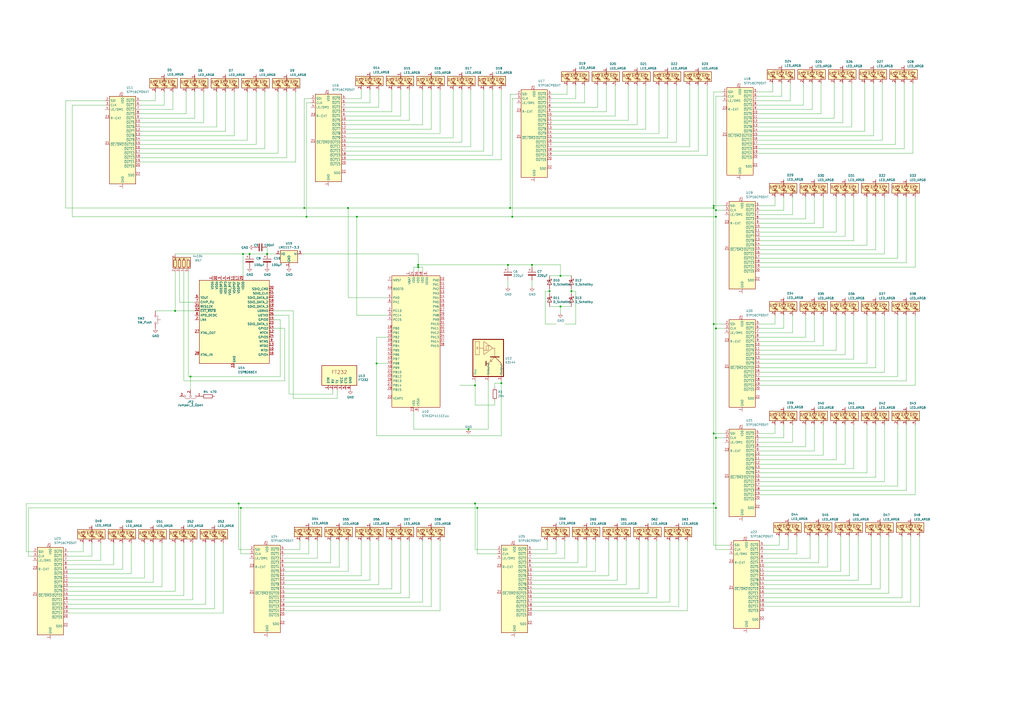
<source format=kicad_sch>
(kicad_sch (version 20231120) (generator "eeschema") (generator_version "8.0")
  (paper "A2")
  (junction (at 177.8 125.73))
  (junction (at 415.29 125.73))
  (junction (at -250.19 -1.27))
  (junction (at -269.24 133.35))
  (junction (at -185.42 99.06))
  (junction (at -134.62 99.06))
  (junction (at -233.68 101.6))
  (junction (at 138.43 292.1))
  (junction (at -88.9 116.84))
  (junction (at -285.75 96.52))
  (junction (at -132.08 101.6))
  (junction (at 325.12 160.02))
  (junction (at 290.83 222.25))
  (junction (at 110.49 218.44))
  (junction (at -170.18 104.14))
  (junction (at -283.21 101.6))
  (junction (at -105.41 110.49))
  (junction (at 297.18 125.73))
  (junction (at 415.29 121.92))
  (junction (at -233.68 44.45))
  (junction (at 101.6 180.34))
  (junction (at -119.38 104.14))
  (junction (at 414.02 251.46))
  (junction (at -266.7 130.81))
  (junction (at 331.47 168.91))
  (junction (at 415.29 254))
  (junction (at -153.67 173.99))
  (junction (at -238.76 96.52))
  (junction (at 144.78 147.32))
  (junction (at 318.77 168.91))
  (junction (at -82.55 125.73))
  (junction (at 414.02 119.38))
  (junction (at -284.48 99.06))
  (junction (at -275.59 107.95))
  (junction (at 415.29 294.64))
  (junction (at -237.49 115.57))
  (junction (at 295.91 120.65))
  (junction (at -182.88 101.6))
  (junction (at -123.19 107.95))
  (junction (at -223.52 115.57))
  (junction (at 276.86 294.64))
  (junction (at 140.97 147.32))
  (junction (at 242.57 153.67))
  (junction (at -95.25 125.73))
  (junction (at -224.79 107.95))
  (junction (at 242.57 154.94))
  (junction (at -176.53 -1.27))
  (junction (at 415.29 190.5))
  (junction (at -137.16 96.52))
  (junction (at 414.02 187.96))
  (junction (at -219.71 -1.27))
  (junction (at 414.02 292.1))
  (junction (at 207.01 125.73))
  (junction (at -233.68 115.57))
  (junction (at 154.94 147.32))
  (junction (at -193.04 153.67))
  (junction (at -173.99 107.95))
  (junction (at 325.12 177.8))
  (junction (at -283.21 44.45))
  (junction (at -175.26 173.99))
  (junction (at 294.64 153.67))
  (junction (at -180.34 115.57))
  (junction (at -182.88 44.45))
  (junction (at -132.08 44.45))
  (junction (at -172.72 107.95))
  (junction (at 414.02 120.65))
  (junction (at -134.62 147.32))
  (junction (at 139.7 294.64))
  (junction (at 275.59 223.52))
  (junction (at -88.9 134.62))
  (junction (at -149.86 148.59))
  (junction (at 176.53 120.65))
  (junction (at 271.78 248.92))
  (junction (at -232.41 130.81))
  (junction (at -220.98 104.14))
  (junction (at 218.44 210.82))
  (junction (at 308.61 153.67))
  (junction (at -187.96 96.52))
  (junction (at -119.38 110.49))
  (junction (at -158.75 107.95))
  (junction (at -236.22 99.06))
  (junction (at -68.58 104.14))
  (junction (at 201.93 120.65))
  (junction (at 275.59 292.1))
  (junction (at -266.7 148.59))
  (junction (at -288.29 44.45))
  (junction (at -116.84 -1.27))
  (no_connect (at -165.1 156.21))
  (no_connect (at -165.1 148.59))
  (no_connect (at -190.5 163.83))
  (no_connect (at -190.5 135.89))
  (no_connect (at -165.1 151.13))
  (no_connect (at -190.5 151.13))
  (no_connect (at -190.5 143.51))
  (no_connect (at -165.1 166.37))
  (no_connect (at -190.5 148.59))
  (no_connect (at -165.1 153.67))
  (no_connect (at -190.5 146.05))
  (no_connect (at -165.1 135.89))
  (no_connect (at -190.5 133.35))
  (no_connect (at -165.1 143.51))
  (no_connect (at -190.5 140.97))
  (no_connect (at -165.1 163.83))
  (wire (pts (xy -203.2 68.58) (xy -203.2 41.91)))
  (wire (pts (xy -138.43 160.02) (xy -149.86 160.02)))
  (wire (pts (xy 104.14 175.26) (xy 113.03 175.26)))
  (wire (pts (xy 207.01 125.73) (xy 207.01 182.88)))
  (wire (pts (xy -237.49 135.89) (xy -238.76 135.89)))
  (wire (pts (xy 262.89 80.01) (xy 200.66 80.01)))
  (wire (pts (xy 405.13 87.63) (xy 320.04 87.63)))
  (wire (pts (xy 232.41 344.17) (xy 165.1 344.17)))
  (wire (pts (xy 135.89 78.74) (xy 81.28 78.74)))
  (wire (pts (xy 528.32 311.15) (xy 528.32 349.25)))
  (wire (pts (xy 525.78 220.98) (xy 440.69 220.98)))
  (wire (pts (xy 299.72 57.15) (xy 297.18 57.15)))
  (wire (pts (xy 171.45 93.98) (xy 81.28 93.98)))
  (wire (pts (xy -276.86 125.73) (xy -276.86 146.05)))
  (wire (pts (xy -156.21 86.36) (xy -129.54 86.36)))
  (wire (pts (xy 76.2 314.96) (xy 76.2 332.74)))
  (wire (pts (xy -246.38 36.83) (xy -242.57 36.83)))
  (wire (pts (xy -161.29 158.75) (xy -161.29 180.34)))
  (wire (pts (xy 495.3 182.88) (xy 495.3 208.28)))
  (wire (pts (xy 308.61 326.39) (xy 335.28 326.39)))
  (wire (pts (xy 381 346.71) (xy 308.61 346.71)))
  (wire (pts (xy 454.66 121.92) (xy 440.69 121.92)))
  (wire (pts (xy -193.04 153.67) (xy -190.5 153.67)))
  (wire (pts (xy -224.79 95.25) (xy -224.79 107.95)))
  (wire (pts (xy 275.59 292.1) (xy 275.59 318.77)))
  (wire (pts (xy 165.1 190.5) (xy 158.75 190.5)))
  (wire (pts (xy -180.34 53.34) (xy -187.96 53.34)))
  (wire (pts (xy -232.41 146.05) (xy -232.41 130.81)))
  (wire (pts (xy 58.42 314.96) (xy 58.42 325.12)))
  (wire (pts (xy -233.68 101.6) (xy -182.88 101.6)))
  (wire (pts (xy 334.01 57.15) (xy 320.04 57.15)))
  (wire (pts (xy 515.62 311.15) (xy 515.62 344.17)))
  (wire (pts (xy 495.3 271.78) (xy 440.69 271.78)))
  (wire (pts (xy 214.63 52.07) (xy 214.63 59.69)))
  (wire (pts (xy 462.28 321.31) (xy 443.23 321.31)))
  (wire (pts (xy -182.88 62.23) (xy -182.88 101.6)))
  (wire (pts (xy 415.29 125.73) (xy 415.29 190.5)))
  (wire (pts (xy 93.98 340.36) (xy 39.37 340.36)))
  (wire (pts (xy -275.59 95.25) (xy -275.59 107.95)))
  (wire (pts (xy 58.42 325.12) (xy 39.37 325.12)))
  (wire (pts (xy -207.01 76.2) (xy -199.39 76.2)))
  (wire (pts (xy 414.02 119.38) (xy 414.02 120.65)))
  (wire (pts (xy -134.62 55.88) (xy -134.62 99.06)))
  (wire (pts (xy -252.73 36.83) (xy -252.73 27.94)))
  (wire (pts (xy -223.52 111.76) (xy -223.52 115.57)))
  (wire (pts (xy -86.36 53.34) (xy -86.36 96.52)))
  (wire (pts (xy 162.56 218.44) (xy 162.56 185.42)))
  (wire (pts (xy 167.64 182.88) (xy 167.64 228.6)))
  (wire (pts (xy -222.25 10.16) (xy -217.17 10.16)))
  (wire (pts (xy -262.89 10.16) (xy -262.89 20.32)))
  (wire (pts (xy -232.41 8.89) (xy -232.41 20.32)))
  (wire (pts (xy 19.05 320.04) (xy 15.24 320.04)))
  (wire (pts (xy 71.12 314.96) (xy 71.12 330.2)))
  (wire (pts (xy -220.98 95.25) (xy -220.98 104.14)))
  (wire (pts (xy 138.43 318.77) (xy 138.43 292.1)))
  (wire (pts (xy -134.62 146.05) (xy -134.62 147.32)))
  (wire (pts (xy -137.16 53.34) (xy -137.16 96.52)))
  (wire (pts (xy 513.08 182.88) (xy 513.08 215.9)))
  (wire (pts (xy 449.58 119.38) (xy 440.69 119.38)))
  (wire (pts (xy -43.18 19.05) (xy -166.37 19.05)))
  (wire (pts (xy -168.91 8.89) (xy -168.91 12.7)))
  (wire (pts (xy -97.79 144.78) (xy -97.79 125.73)))
  (wire (pts (xy -217.17 10.16) (xy -217.17 8.89)))
  (wire (pts (xy -38.1 17.78) (xy -163.83 17.78)))
  (wire (pts (xy 232.41 52.07) (xy 232.41 67.31)))
  (wire (pts (xy -73.66 10.16) (xy -73.66 8.89)))
  (wire (pts (xy -134.62 99.06) (xy -83.82 99.06)))
  (wire (pts (xy 494.03 48.26) (xy 494.03 73.66)))
  (wire (pts (xy -284.48 99.06) (xy -284.48 173.99)))
  (wire (pts (xy 520.7 246.38) (xy 520.7 281.94)))
  (wire (pts (xy -288.29 44.45) (xy -288.29 107.95)))
  (wire (pts (xy 453.39 48.26) (xy 453.39 55.88)))
  (wire (pts (xy -257.81 11.43) (xy -257.81 20.32)))
  (wire (pts (xy 364.49 49.53) (xy 364.49 69.85)))
  (wire (pts (xy 490.22 205.74) (xy 440.69 205.74)))
  (wire (pts (xy -156.21 83.82) (xy -143.51 83.82)))
  (wire (pts (xy 191.77 313.69) (xy 191.77 326.39)))
  (wire (pts (xy 419.1 53.34) (xy 414.02 53.34)))
  (wire (pts (xy -231.14 55.88) (xy -236.22 55.88)))
  (wire (pts (xy 457.2 311.15) (xy 457.2 318.77)))
  (wire (pts (xy -171.45 39.37) (xy -171.45 27.94)))
  (wire (pts (xy 276.86 294.64) (xy 276.86 321.31)))
  (wire (pts (xy 287.02 234.95) (xy 275.59 234.95)))
  (wire (pts (xy 209.55 334.01) (xy 165.1 334.01)))
  (wire (pts (xy 335.28 313.69) (xy 335.28 326.39)))
  (wire (pts (xy 130.81 53.34) (xy 130.81 76.2)))
  (wire (pts (xy -80.01 144.78) (xy -80.01 125.73)))
  (wire (pts (xy 290.83 222.25) (xy 290.83 252.73)))
  (wire (pts (xy 318.77 168.91) (xy 318.77 170.18)))
  (wire (pts (xy -105.41 71.12) (xy -95.25 71.12)))
  (wire (pts (xy -250.19 71.12) (xy -250.19 38.1)))
  (wire (pts (xy 363.22 339.09) (xy 308.61 339.09)))
  (wire (pts (xy -71.12 11.43) (xy -71.12 8.89)))
  (wire (pts (xy -111.76 8.89) (xy -111.76 11.43)))
  (wire (pts (xy 414.02 119.38) (xy 420.37 119.38)))
  (wire (pts (xy 448.31 53.34) (xy 439.42 53.34)))
  (wire (pts (xy 530.86 114.3) (xy 530.86 154.94)))
  (wire (pts (xy 467.36 114.3) (xy 467.36 127)))
  (wire (pts (xy 495.3 246.38) (xy 495.3 271.78)))
  (wire (pts (xy -158.75 148.59) (xy -158.75 107.95)))
  (wire (pts (xy -281.94 59.69) (xy -283.21 59.69)))
  (wire (pts (xy -198.12 78.74) (xy -198.12 36.83)))
  (wire (pts (xy 81.28 66.04) (xy 107.95 66.04)))
  (wire (pts (xy -27.94 15.24) (xy -158.75 15.24)))
  (wire (pts (xy 245.11 349.25) (xy 165.1 349.25)))
  (wire (pts (xy -227.33 8.89) (xy -219.71 8.89)))
  (wire (pts (xy -104.14 13.97) (xy -106.68 13.97)))
  (wire (pts (xy 101.6 342.9) (xy 39.37 342.9)))
  (wire (pts (xy -191.77 36.83) (xy -191.77 27.94)))
  (wire (pts (xy 454.66 182.88) (xy 454.66 190.5)))
  (wire (pts (xy 483.87 68.58) (xy 439.42 68.58)))
  (wire (pts (xy 104.14 157.48) (xy 104.14 175.26)))
  (wire (pts (xy 275.59 223.52) (xy 275.59 220.98)))
  (wire (pts (xy 295.91 54.61) (xy 295.91 120.65)))
  (wire (pts (xy -166.37 8.89) (xy -166.37 19.05)))
  (wire (pts (xy -283.21 59.69) (xy -283.21 44.45)))
  (wire (pts (xy -162.56 179.07) (xy -266.7 179.07)))
  (wire (pts (xy 140.97 147.32) (xy 144.78 147.32)))
  (wire (pts (xy 118.11 53.34) (xy 118.11 71.12)))
  (wire (pts (xy 139.7 294.64) (xy 139.7 321.31)))
  (wire (pts (xy -119.38 111.76) (xy -119.38 110.49)))
  (wire (pts (xy 327.66 187.96) (xy 334.01 187.96)))
  (wire (pts (xy -68.58 104.14) (xy -68.58 95.25)))
  (wire (pts (xy -86.36 96.52) (xy -137.16 96.52)))
  (wire (pts (xy -95.25 125.73) (xy -95.25 127)))
  (wire (pts (xy -214.63 11.43) (xy -214.63 8.89)))
  (wire (pts (xy -173.99 107.95) (xy -172.72 107.95)))
  (wire (pts (xy -48.26 20.32) (xy -48.26 10.16)))
  (wire (pts (xy 363.22 313.69) (xy 363.22 339.09)))
  (wire (pts (xy -76.2 8.89) (xy -83.82 8.89)))
  (wire (pts (xy -247.65 10.16) (xy -262.89 10.16)))
  (wire (pts (xy -83.82 99.06) (xy -83.82 55.88)))
  (wire (pts (xy 480.06 311.15) (xy 480.06 328.93)))
  (wire (pts (xy 148.59 83.82) (xy 81.28 83.82)))
  (wire (pts (xy -271.78 104.14) (xy -220.98 104.14)))
  (wire (pts (xy -116.84 8.89) (xy -124.46 8.89)))
  (wire (pts (xy -114.3 10.16) (xy -119.38 10.16)))
  (wire (pts (xy -161.29 180.34) (xy -269.24 180.34)))
  (wire (pts (xy -190.5 138.43) (xy -193.04 138.43)))
  (wire (pts (xy 266.7 223.52) (xy 275.59 223.52)))
  (wire (pts (xy 153.67 53.34) (xy 153.67 86.36)))
  (wire (pts (xy 472.44 246.38) (xy 472.44 261.62)))
  (wire (pts (xy 110.49 218.44) (xy 110.49 226.06)))
  (wire (pts (xy -191.77 10.16) (xy -201.93 10.16)))
  (wire (pts (xy -46.99 81.28) (xy -46.99 30.48)))
  (wire (pts (xy -45.72 29.21) (xy -48.26 29.21)))
  (wire (pts (xy 474.98 311.15) (xy 474.98 326.39)))
  (wire (pts (xy 200.66 69.85) (xy 237.49 69.85)))
  (wire (pts (xy 495.3 114.3) (xy 495.3 139.7)))
  (wire (pts (xy 144.78 147.32) (xy 154.94 147.32)))
  (wire (pts (xy 288.29 318.77) (xy 275.59 318.77)))
  (wire (pts (xy 459.74 256.54) (xy 440.69 256.54)))
  (wire (pts (xy -152.4 43.18) (xy -186.69 43.18)))
  (wire (pts (xy 16.51 294.64) (xy 139.7 294.64)))
  (wire (pts (xy -68.58 20.32) (xy -68.58 8.89)))
  (wire (pts (xy -279.4 168.91) (xy -279.4 128.27)))
  (wire (pts (xy 393.7 351.79) (xy 308.61 351.79)))
  (wire (pts (xy -88.9 83.82) (xy -88.9 27.94)))
  (wire (pts (xy -232.41 39.37) (xy -232.41 27.94)))
  (wire (pts (xy -172.72 107.95) (xy -172.72 123.19)))
  (wire (pts (xy 472.44 182.88) (xy 472.44 198.12)))
  (wire (pts (xy -285.75 53.34) (xy -285.75 96.52)))
  (wire (pts (xy -186.69 8.89) (xy -176.53 8.89)))
  (wire (pts (xy -88.9 116.84) (xy -95.25 116.84)))
  (wire (pts (xy -257.81 76.2) (xy -247.65 76.2)))
  (wire (pts (xy 454.66 246.38) (xy 454.66 254)))
  (wire (pts (xy 325.12 160.02) (xy 318.77 160.02)))
  (wire (pts (xy -207.01 20.32) (xy -207.01 13.97)))
  (wire (pts (xy -73.66 11.43) (xy -71.12 11.43)))
  (wire (pts (xy -267.97 8.89) (xy -267.97 20.32)))
  (wire (pts (xy -234.95 143.51) (xy -234.95 133.35)))
  (wire (pts (xy 400.05 49.53) (xy 400.05 85.09)))
  (wire (pts (xy 502.92 182.88) (xy 502.92 210.82)))
  (wire (pts (xy 346.71 49.53) (xy 346.71 62.23)))
  (wire (pts (xy -264.16 135.89) (xy -262.89 135.89)))
  (wire (pts (xy 165.1 326.39) (xy 191.77 326.39)))
  (wire (pts (xy -252.73 66.04) (xy -252.73 40.64)))
  (wire (pts (xy 219.71 62.23) (xy 200.66 62.23)))
  (wire (pts (xy 477.52 246.38) (xy 477.52 264.16)))
  (wire (pts (xy -129.54 62.23) (xy -132.08 62.23)))
  (wire (pts (xy -92.71 33.02) (xy -104.14 33.02)))
  (wire (pts (xy -93.98 73.66) (xy -93.98 34.29)))
  (wire (pts (xy -222.25 41.91) (xy -203.2 41.91)))
  (wire (pts (xy -237.49 115.57) (xy -237.49 128.27)))
  (wire (pts (xy 201.93 172.72) (xy 224.79 172.72)))
  (wire (pts (xy -182.88 59.69) (xy -182.88 44.45)))
  (wire (pts (xy -285.75 175.26) (xy -198.12 175.26)))
  (wire (pts (xy -207.01 78.74) (xy -198.12 78.74)))
  (wire (pts (xy 245.11 52.07) (xy 245.11 72.39)))
  (wire (pts (xy -132.08 59.69) (xy -132.08 44.45)))
  (wire (pts (xy 459.74 124.46) (xy 440.69 124.46)))
  (wire (pts (xy -241.3 153.67) (xy -243.84 153.67)))
  (wire (pts (xy 490.22 269.24) (xy 440.69 269.24)))
  (wire (pts (xy 440.69 129.54) (xy 472.44 129.54)))
  (wire (pts (xy 508 182.88) (xy 508 213.36)))
  (wire (pts (xy 294.64 154.94) (xy 294.64 153.67)))
  (wire (pts (xy -237.49 115.57) (xy -233.68 115.57)))
  (wire (pts (xy -187.96 96.52) (xy -238.76 96.52)))
  (wire (pts (xy -58.42 10.16) (xy -58.42 8.89)))
  (wire (pts (xy 459.74 114.3) (xy 459.74 124.46)))
  (wire (pts (xy 459.74 246.38) (xy 459.74 256.54)))
  (wire (pts (xy -86.36 144.78) (xy -80.01 144.78)))
  (wire (pts (xy -243.84 83.82) (xy -243.84 39.37)))
  (wire (pts (xy -257.81 66.04) (xy -252.73 66.04)))
  (wire (pts (xy -227.33 43.18) (xy -227.33 27.94)))
  (wire (pts (xy -247.65 13.97) (xy -247.65 20.32)))
  (wire (pts (xy 525.78 246.38) (xy 525.78 284.48)))
  (wire (pts (xy -224.79 107.95) (xy -173.99 107.95)))
  (wire (pts (xy -81.28 59.69) (xy -81.28 44.45)))
  (wire (pts (xy -114.3 8.89) (xy -114.3 10.16)))
  (wire (pts (xy 107.95 53.34) (xy 107.95 66.04)))
  (wire (pts (xy 232.41 313.69) (xy 232.41 344.17)))
  (wire (pts (xy 393.7 313.69) (xy 393.7 351.79)))
  (wire (pts (xy 276.86 294.64) (xy 415.29 294.64)))
  (wire (pts (xy -54.61 73.66) (xy -50.8 73.66)))
  (wire (pts (xy -97.79 125.73) (xy -95.25 125.73)))
  (wire (pts (xy 420.37 251.46) (xy 414.02 251.46)))
  (wire (pts (xy 245.11 313.69) (xy 245.11 349.25)))
  (wire (pts (xy -54.61 81.28) (xy -46.99 81.28)))
  (wire (pts (xy -138.43 149.86) (xy -138.43 147.32)))
  (wire (pts (xy -180.34 110.49) (xy -180.34 115.57)))
  (wire (pts (xy -119.38 104.14) (xy -68.58 104.14)))
  (wire (pts (xy 179.07 321.31) (xy 165.1 321.31)))
  (wire (pts (xy 290.83 220.98) (xy 290.83 222.25)))
  (wire (pts (xy 237.49 346.71) (xy 165.1 346.71)))
  (wire (pts (xy -63.5 13.97) (xy -66.04 13.97)))
  (wire (pts (xy -237.49 128.27) (xy -238.76 128.27)))
  (wire (pts (xy -199.39 156.21) (xy -190.5 156.21)))
  (wire (pts (xy -132.08 101.6) (xy -81.28 101.6)))
  (wire (pts (xy -96.52 68.58) (xy -96.52 36.83)))
  (wire (pts (xy 140.97 147.32) (xy 101.6 147.32)))
  (wire (pts (xy 443.23 328.93) (xy 480.06 328.93)))
  (wire (pts (xy 487.68 311.15) (xy 487.68 331.47)))
  (wire (pts (xy 525.78 284.48) (xy 440.69 284.48)))
  (wire (pts (xy -222.25 20.32) (xy -222.25 10.16)))
  (wire (pts (xy -68.58 105.41) (xy -68.58 104.14)))
  (wire (pts (xy 113.03 53.34) (xy 113.03 68.58)))
  (wire (pts (xy -88.9 134.62) (xy -82.55 134.62)))
  (wire (pts (xy 414.02 120.65) (xy 295.91 120.65)))
  (wire (pts (xy 467.36 246.38) (xy 467.36 259.08)))
  (wire (pts (xy 510.54 311.15) (xy 510.54 341.63)))
  (wire (pts (xy 443.23 326.39) (xy 474.98 326.39)))
  (wire (pts (xy -104.14 20.32) (xy -104.14 13.97)))
  (wire (pts (xy 209.55 57.15) (xy 200.66 57.15)))
  (wire (pts (xy -63.5 12.7) (xy -63.5 8.89)))
  (wire (pts (xy 100.33 63.5) (xy 81.28 63.5)))
  (wire (pts (xy 415.29 55.88) (xy 415.29 121.92)))
  (wire (pts (xy 255.27 354.33) (xy 165.1 354.33)))
  (wire (pts (xy -196.85 27.94) (xy -196.85 81.28)))
  (wire (pts (xy 439.42 60.96) (xy 466.09 60.96)))
  (wire (pts (xy 508 246.38) (xy 508 276.86)))
  (wire (pts (xy -185.42 99.06) (xy -134.62 99.06)))
  (wire (pts (xy 138.43 292.1) (xy 275.59 292.1)))
  (wire (pts (xy 459.74 193.04) (xy 440.69 193.04)))
  (wire (pts (xy -97.79 66.04) (xy -97.79 38.1)))
  (wire (pts (xy -186.69 43.18) (xy -186.69 27.94)))
  (wire (pts (xy -152.4 66.04) (xy -152.4 43.18)))
  (wire (pts (xy -95.25 35.56) (xy -114.3 35.56)))
  (wire (pts (xy 490.22 114.3) (xy 490.22 137.16)))
  (wire (pts (xy 177.8 59.69) (xy 177.8 125.73)))
  (wire (pts (xy 449.58 182.88) (xy 449.58 187.96)))
  (wire (pts (xy -124.46 8.89) (xy -124.46 20.32)))
  (wire (pts (xy 358.14 313.69) (xy 358.14 336.55)))
  (wire (pts (xy -99.06 20.32) (xy -99.06 12.7)))
  (wire (pts (xy 262.89 52.07) (xy 262.89 80.01)))
  (wire (pts (xy -182.88 44.45) (xy -233.68 44.45)))
  (wire (pts (xy 90.17 53.34) (xy 90.17 58.42)))
  (wire (pts (xy 200.66 67.31) (xy 232.41 67.31)))
  (wire (pts (xy -82.55 116.84) (xy -88.9 116.84)))
  (wire (pts (xy -281.94 176.53) (xy -196.85 176.53)))
  (wire (pts (xy 240.03 248.92) (xy 240.03 238.76)))
  (wire (pts (xy 458.47 48.26) (xy 458.47 58.42)))
  (wire (pts (xy -266.7 148.59) (xy -266.7 130.81)))
  (wire (pts (xy 448.31 48.26) (xy 448.31 53.34)))
  (wire (pts (xy 440.69 259.08) (xy 467.36 259.08)))
  (wire (pts (xy -199.39 76.2) (xy -199.39 38.1)))
  (wire (pts (xy 308.61 331.47) (xy 345.44 331.47)))
  (wire (pts (xy 415.29 254) (xy 415.29 294.64)))
  (wire (pts (xy -162.56 161.29) (xy -162.56 179.07)))
  (wire (pts (xy 485.14 114.3) (xy 485.14 134.62)))
  (wire (pts (xy 290.83 52.07) (xy 290.83 92.71)))
  (wire (pts (xy 327.66 323.85) (xy 308.61 323.85)))
  (wire (pts (xy 41.91 125.73) (xy 177.8 125.73)))
  (wire (pts (xy -66.04 13.97) (xy -66.04 8.89)))
  (wire (pts (xy 218.44 210.82) (xy 218.44 195.58)))
  (wire (pts (xy 483.87 48.26) (xy 483.87 68.58)))
  (wire (pts (xy 353.06 334.01) (xy 308.61 334.01)))
  (wire (pts (xy -68.58 34.29) (xy -68.58 27.94)))
  (wire (pts (xy 449.58 114.3) (xy 449.58 119.38)))
  (wire (pts (xy -262.89 39.37) (xy -262.89 27.94)))
  (wire (pts (xy 214.63 336.55) (xy 165.1 336.55)))
  (wire (pts (xy 41.91 60.96) (xy 41.91 125.73)))
  (wire (pts (xy 524.51 48.26) (xy 524.51 86.36)))
  (wire (pts (xy 129.54 314.96) (xy 129.54 355.6)))
  (wire (pts (xy -240.03 13.97) (xy -247.65 13.97)))
  (wire (pts (xy 285.75 52.07) (xy 285.75 90.17)))
  (wire (pts (xy -180.34 55.88) (xy -185.42 55.88)))
  (wire (pts (xy -217.17 40.64) (xy -201.93 40.64)))
  (wire (pts (xy -53.34 11.43) (xy -60.96 11.43)))
  (wire (pts (xy -207.01 71.12) (xy -201.93 71.12)))
  (wire (pts (xy -217.17 20.32) (xy -217.17 11.43)))
  (wire (pts (xy -105.41 68.58) (xy -96.52 68.58)))
  (wire (pts (xy 273.05 52.07) (xy 273.05 85.09)))
  (wire (pts (xy -93.98 20.32) (xy -93.98 11.43)))
  (wire (pts (xy -271.78 133.35) (xy -269.24 133.35)))
  (wire (pts (xy 382.27 49.53) (xy 382.27 77.47)))
  (wire (pts (xy 195.58 231.14) (xy 195.58 226.06)))
  (wire (pts (xy -151.13 68.58) (xy -151.13 41.91)))
  (wire (pts (xy 93.98 314.96) (xy 93.98 340.36)))
  (wire (pts (xy -99.06 10.16) (xy -99.06 8.89)))
  (wire (pts (xy 449.58 246.38) (xy 449.58 251.46)))
  (wire (pts (xy -116.84 -1.27) (xy -76.2 -1.27)))
  (wire (pts (xy -269.24 133.35) (xy -262.89 133.35)))
  (wire (pts (xy -165.1 161.29) (xy -162.56 161.29)))
  (wire (pts (xy 60.96 60.96) (xy 41.91 60.96)))
  (wire (pts (xy -264.16 138.43) (xy -264.16 135.89)))
  (wire (pts (xy -207.01 83.82) (xy -195.58 83.82)))
  (wire (pts (xy 320.04 62.23) (xy 346.71 62.23)))
  (wire (pts (xy -234.95 133.35) (xy -238.76 133.35)))
  (wire (pts (xy 317.5 313.69) (xy 317.5 318.77)))
  (wire (pts (xy 106.68 314.96) (xy 106.68 345.44)))
  (wire (pts (xy -237.49 16.51) (xy -237.49 20.32)))
  (wire (pts (xy 530.86 182.88) (xy 530.86 223.52)))
  (wire (pts (xy -171.45 8.89) (xy -171.45 11.43)))
  (wire (pts (xy -283.21 62.23) (xy -283.21 101.6)))
  (wire (pts (xy 214.63 59.69) (xy 200.66 59.69)))
  (wire (pts (xy -95.25 71.12) (xy -95.25 35.56)))
  (wire (pts (xy 488.95 71.12) (xy 439.42 71.12)))
  (wire (pts (xy -33.02 20.32) (xy -33.02 16.51)))
  (wire (pts (xy -156.21 81.28) (xy -144.78 81.28)))
  (wire (pts (xy -156.21 78.74) (xy -146.05 78.74)))
  (wire (pts (xy 325.12 177.8) (xy 331.47 177.8)))
  (wire (pts (xy -78.74 10.16) (xy -73.66 10.16)))
  (wire (pts (xy 356.87 49.53) (xy 356.87 67.31)))
  (wire (pts (xy 173.99 318.77) (xy 165.1 318.77)))
  (wire (pts (xy -274.32 125.73) (xy -274.32 143.51)))
  (wire (pts (xy -105.41 73.66) (xy -93.98 73.66)))
  (wire (pts (xy -172.72 107.95) (xy -158.75 107.95)))
  (wire (pts (xy -156.21 71.12) (xy -149.86 71.12)))
  (wire (pts (xy 119.38 350.52) (xy 39.37 350.52)))
  (wire (pts (xy 242.57 154.94) (xy 245.11 154.94)))
  (wire (pts (xy 495.3 208.28) (xy 440.69 208.28)))
  (wire (pts (xy -250.19 -1.27) (xy -219.71 -1.27)))
  (wire (pts (xy -207.01 12.7) (xy -207.01 8.89)))
  (wire (pts (xy 316.23 187.96) (xy 316.23 168.91)))
  (wire (pts (xy 242.57 147.32) (xy 242.57 153.67)))
  (wire (pts (xy -123.19 107.95) (xy -72.39 107.95)))
  (wire (pts (xy 508 276.86) (xy 440.69 276.86)))
  (wire (pts (xy 440.69 261.62) (xy 472.44 261.62)))
  (wire (pts (xy 414.02 120.65) (xy 414.02 187.96)))
  (wire (pts (xy -245.11 81.28) (xy -245.11 38.1)))
  (wire (pts (xy 519.43 48.26) (xy 519.43 83.82)))
  (wire (pts (xy -88.9 20.32) (xy -88.9 10.16)))
  (wire (pts (xy -180.34 115.57) (xy -180.34 123.19)))
  (wire (pts (xy -176.53 -1.27) (xy -116.84 -1.27)))
  (wire (pts (xy 66.04 314.96) (xy 66.04 327.66)))
  (wire (pts (xy 530.86 287.02) (xy 440.69 287.02)))
  (wire (pts (xy -119.38 36.83) (xy -119.38 27.94)))
  (wire (pts (xy 320.04 67.31) (xy 356.87 67.31)))
  (wire (pts (xy 219.71 313.69) (xy 219.71 339.09)))
  (wire (pts (xy -81.28 101.6) (xy -81.28 62.23)))
  (wire (pts (xy -78.74 53.34) (xy -86.36 53.34)))
  (wire (pts (xy -78.74 59.69) (xy -81.28 59.69)))
  (wire (pts (xy -78.74 20.32) (xy -78.74 10.16)))
  (wire (pts (xy 443.23 323.85) (xy 469.9 323.85)))
  (wire (pts (xy -288.29 107.95) (xy -275.59 107.95)))
  (wire (pts (xy 495.3 139.7) (xy 440.69 139.7)))
  (wire (pts (xy -50.8 34.29) (xy -68.58 34.29)))
  (wire (pts (xy -163.83 8.89) (xy -163.83 17.78)))
  (wire (pts (xy 170.18 231.14) (xy 195.58 231.14)))
  (wire (pts (xy -27.94 20.32) (xy -27.94 15.24)))
  (wire (pts (xy 528.32 349.25) (xy 443.23 349.25)))
  (wire (pts (xy -233.68 115.57) (xy -223.52 115.57)))
  (wire (pts (xy 207.01 182.88) (xy 224.79 182.88)))
  (wire (pts (xy -257.81 73.66) (xy -248.92 73.66)))
  (wire (pts (xy 240.03 154.94) (xy 242.57 154.94)))
  (wire (pts (xy -146.05 78.74) (xy -146.05 40.64)))
  (wire (pts (xy -132.08 62.23) (xy -132.08 101.6)))
  (wire (pts (xy 193.04 226.06) (xy 193.04 228.6)))
  (wire (pts (xy 469.9 311.15) (xy 469.9 323.85)))
  (wire (pts (xy -54.61 83.82) (xy -45.72 83.82)))
  (wire (pts (xy 398.78 313.69) (xy 398.78 354.33)))
  (wire (pts (xy -209.55 13.97) (xy -209.55 8.89)))
  (wire (pts (xy 165.1 331.47) (xy 201.93 331.47)))
  (wire (pts (xy 90.17 58.42) (xy 81.28 58.42)))
  (wire (pts (xy -63.5 33.02) (xy -63.5 27.94)))
  (wire (pts (xy -177.8 173.99) (xy -175.26 173.99)))
  (wire (pts (xy -198.12 158.75) (xy -190.5 158.75)))
  (wire (pts (xy -54.61 68.58) (xy -53.34 68.58)))
  (wire (pts (xy -175.26 173.99) (xy -153.67 173.99)))
  (wire (pts (xy 497.84 336.55) (xy 443.23 336.55)))
  (wire (pts (xy -196.85 161.29) (xy -190.5 161.29)))
  (wire (pts (xy 328.93 54.61) (xy 320.04 54.61)))
  (wire (pts (xy 439.42 63.5) (xy 471.17 63.5)))
  (wire (pts (xy -58.42 20.32) (xy -58.42 12.7)))
  (wire (pts (xy 95.25 60.96) (xy 81.28 60.96)))
  (wire (pts (xy -176.53 40.64) (xy -176.53 27.94)))
  (wire (pts (xy 161.29 53.34) (xy 161.29 88.9)))
  (wire (pts (xy 218.44 252.73) (xy 290.83 252.73)))
  (wire (pts (xy 275.59 234.95) (xy 275.59 223.52)))
  (wire (pts (xy -158.75 148.59) (xy -149.86 148.59)))
  (wire (pts (xy -248.92 36.83) (xy -252.73 36.83)))
  (wire (pts (xy 467.36 182.88) (xy 467.36 195.58)))
  (wire (pts (xy 83.82 335.28) (xy 39.37 335.28)))
  (wire (pts (xy 392.43 49.53) (xy 392.43 82.55)))
  (wire (pts (xy -90.17 81.28) (xy -90.17 30.48)))
  (wire (pts (xy 453.39 55.88) (xy 439.42 55.88)))
  (wire (pts (xy 124.46 314.96) (xy 124.46 353.06)))
  (wire (pts (xy 374.65 49.53) (xy 374.65 74.93)))
  (wire (pts (xy 502.92 210.82) (xy 440.69 210.82)))
  (wire (pts (xy 38.1 58.42) (xy 38.1 120.65)))
  (wire (pts (xy 255.27 52.07) (xy 255.27 77.47)))
  (wire (pts (xy 144.78 318.77) (xy 138.43 318.77)))
  (wire (pts (xy 510.54 341.63) (xy 443.23 341.63)))
  (wire (pts (xy -93.98 34.29) (xy -109.22 34.29)))
  (wire (pts (xy 209.55 52.07) (xy 209.55 57.15)))
  (wire (pts (xy 485.14 134.62) (xy 440.69 134.62)))
  (wire (pts (xy 440.69 264.16) (xy 477.52 264.16)))
  (wire (pts (xy -198.12 175.26) (xy -198.12 158.75)))
  (wire (pts (xy -88.9 138.43) (xy -88.9 134.62)))
  (wire (pts (xy 497.84 311.15) (xy 497.84 336.55)))
  (wire (pts (xy 422.91 318.77) (xy 415.29 318.77)))
  (wire (pts (xy 207.01 125.73) (xy 297.18 125.73)))
  (wire (pts (xy 318.77 177.8) (xy 325.12 177.8)))
  (wire (pts (xy 520.7 218.44) (xy 440.69 218.44)))
  (wire (pts (xy 242.57 153.67) (xy 242.57 154.94)))
  (wire (pts (xy 400.05 85.09) (xy 320.04 85.09)))
  (wire (pts (xy -257.81 148.59) (xy -266.7 148.59)))
  (wire (pts (xy -78.74 36.83) (xy -78.74 27.94)))
  (wire (pts (xy -168.91 12.7) (xy -171.45 12.7)))
  (wire (pts (xy 111.76 347.98) (xy 39.37 347.98)))
  (wire (pts (xy -38.1 20.32) (xy -38.1 17.78)))
  (wire (pts (xy -95.25 134.62) (xy -88.9 134.62)))
  (wire (pts (xy -153.67 173.99) (xy -142.24 173.99)))
  (wire (pts (xy -257.81 68.58) (xy -251.46 68.58)))
  (wire (pts (xy 331.47 168.91) (xy 331.47 170.18)))
  (wire (pts (xy -88.9 110.49) (xy -88.9 116.84)))
  (wire (pts (xy -52.07 71.12) (xy -52.07 35.56)))
  (wire (pts (xy 524.51 86.36) (xy 439.42 86.36)))
  (wire (pts (xy 513.08 279.4) (xy 440.69 279.4)))
  (wire (pts (xy -234.95 16.51) (xy -237.49 16.51)))
  (wire (pts (xy 466.09 48.26) (xy 466.09 60.96)))
  (wire (pts (xy -201.93 71.12) (xy -201.93 40.64)))
  (wire (pts (xy -281.94 66.04) (xy -281.94 176.53)))
  (wire (pts (xy -269.24 180.34) (xy -269.24 133.35)))
  (wire (pts (xy -146.05 40.64) (xy -38.1 40.64)))
  (wire (pts (xy 39.37 330.2) (xy 71.12 330.2)))
  (wire (pts (xy -237.49 115.57) (xy -276.86 115.57)))
  (wire (pts (xy -111.76 11.43) (xy -114.3 11.43)))
  (wire (pts (xy -231.14 59.69) (xy -233.68 59.69)))
  (wire (pts (xy -60.96 11.43) (xy -60.96 8.89)))
  (wire (pts (xy 501.65 48.26) (xy 501.65 76.2)))
  (wire (pts (xy 370.84 313.69) (xy 370.84 341.63)))
  (wire (pts (xy 533.4 351.79) (xy 443.23 351.79)))
  (wire (pts (xy 457.2 318.77) (xy 443.23 318.77)))
  (wire (pts (xy 440.69 200.66) (xy 477.52 200.66)))
  (wire (pts (xy -143.51 43.18) (xy -27.94 43.18)))
  (wire (pts (xy -195.58 166.37) (xy -195.58 177.8)))
  (wire (pts (xy -247.65 8.89) (xy -247.65 10.16)))
  (wire (pts (xy 462.28 311.15) (xy 462.28 321.31)))
  (wire (pts (xy 415.29 121.92) (xy 415.29 125.73)))
  (wire (pts (xy 334.01 49.53) (xy 334.01 57.15)))
  (wire (pts (xy -119.38 123.19) (xy -119.38 119.38)))
  (wire (pts (xy -90.17 30.48) (xy -93.98 30.48)))
  (wire (pts (xy -200.66 73.66) (xy -200.66 39.37)))
  (wire (pts (xy 388.62 349.25) (xy 308.61 349.25)))
  (wire (pts (xy 95.25 53.34) (xy 95.25 60.96)))
  (wire (pts (xy -144.78 81.28) (xy -144.78 41.91)))
  (wire (pts (xy 410.21 49.53) (xy 410.21 90.17)))
  (wire (pts (xy 219.71 339.09) (xy 165.1 339.09)))
  (wire (pts (xy 519.43 83.82) (xy 439.42 83.82)))
  (wire (pts (xy 525.78 152.4) (xy 440.69 152.4)))
  (wire (pts (xy -231.14 86.36) (xy -231.14 66.04)))
  (wire (pts (xy -88.9 10.16) (xy -99.06 10.16)))
  (wire (pts (xy 340.36 313.69) (xy 340.36 328.93)))
  (wire (pts (xy -231.14 53.34) (xy -238.76 53.34)))
  (wire (pts (xy -142.24 146.05) (xy -142.24 173.99)))
  (wire (pts (xy 19.05 322.58) (xy 16.51 322.58)))
  (wire (pts (xy 180.34 59.69) (xy 177.8 59.69)))
  (wire (pts (xy -224.79 165.1) (xy -224.79 168.91)))
  (wire (pts (xy -207.01 38.1) (xy -207.01 27.94)))
  (wire (pts (xy -252.73 12.7) (xy -252.73 20.32)))
  (wire (pts (xy -242.57 15.24) (xy -242.57 20.32)))
  (wire (pts (xy -267.97 8.89) (xy -250.19 8.89)))
  (wire (pts (xy 454.66 254) (xy 440.69 254)))
  (wire (pts (xy 339.09 49.53) (xy 339.09 59.69)))
  (wire (pts (xy -105.41 81.28) (xy -90.17 81.28)))
  (wire (pts (xy 39.37 332.74) (xy 76.2 332.74)))
  (wire (pts (xy -242.57 36.83) (xy -242.57 27.94)))
  (wire (pts (xy -48.26 29.21) (xy -48.26 27.94)))
  (wire (pts (xy -196.85 11.43) (xy -204.47 11.43)))
  (wire (pts (xy 471.17 48.26) (xy 471.17 63.5)))
  (wire (pts (xy -138.43 157.48) (xy -138.43 160.02)))
  (wire (pts (xy 101.6 157.48) (xy 101.6 180.34)))
  (wire (pts (xy -104.14 12.7) (xy -104.14 8.89)))
  (wire (pts (xy -257.81 78.74) (xy -246.38 78.74)))
  (wire (pts (xy 381 313.69) (xy 381 346.71)))
  (wire (pts (xy -158.75 107.95) (xy -123.19 107.95)))
  (wire (pts (xy -48.26 10.16) (xy -58.42 10.16)))
  (wire (pts (xy 285.75 90.17) (xy 200.66 90.17)))
  (wire (pts (xy -149.86 71.12) (xy -149.86 40.64)))
  (wire (pts (xy 490.22 182.88) (xy 490.22 205.74)))
  (wire (pts (xy 15.24 292.1) (xy 138.43 292.1)))
  (wire (pts (xy 328.93 49.53) (xy 328.93 54.61)))
  (wire (pts (xy -207.01 68.58) (xy -203.2 68.58)))
  (wire (pts (xy 353.06 313.69) (xy 353.06 334.01)))
  (wire (pts (xy 501.65 76.2) (xy 439.42 76.2)))
  (wire (pts (xy -180.34 59.69) (xy -182.88 59.69)))
  (wire (pts (xy -237.49 8.89) (xy -237.49 15.24)))
  (wire (pts (xy 196.85 313.69) (xy 196.85 328.93)))
  (wire (pts (xy 485.14 203.2) (xy 440.69 203.2)))
  (wire (pts (xy 39.37 327.66) (xy 66.04 327.66)))
  (wire (pts (xy -227.33 20.32) (xy -227.33 8.89)))
  (wire (pts (xy 415.29 190.5) (xy 415.29 254)))
  (wire (pts (xy -151.13 41.91) (xy -181.61 41.91)))
  (wire (pts (xy 414.02 53.34) (xy 414.02 119.38)))
  (wire (pts (xy 398.78 354.33) (xy 308.61 354.33)))
  (wire (pts (xy -227.33 165.1) (xy -227.33 167.64)))
  (wire (pts (xy 166.37 91.44) (xy 81.28 91.44)))
  (wire (pts (xy 153.67 86.36) (xy 81.28 86.36)))
  (wire (pts (xy -91.44 78.74) (xy -91.44 31.75)))
  (wire (pts (xy -204.47 66.04) (xy -204.47 43.18)))
  (wire (pts (xy -119.38 10.16) (xy -119.38 20.32)))
  (wire (pts (xy -143.51 83.82) (xy -143.51 43.18)))
  (wire (pts (xy 250.19 313.69) (xy 250.19 351.79)))
  (wire (pts (xy -105.41 76.2) (xy -92.71 76.2)))
  (wire (pts (xy 414.02 292.1) (xy 414.02 251.46)))
  (wire (pts (xy -246.38 36.83) (xy -246.38 78.74)))
  (wire (pts (xy 283.21 220.98) (xy 283.21 248.92)))
  (wire (pts (xy -33.02 16.51) (xy -161.29 16.51)))
  (wire (pts (xy 316.23 168.91) (xy 318.77 168.91)))
  (wire (pts (xy -284.48 173.99) (xy -199.39 173.99)))
  (wire (pts (xy -81.28 62.23) (xy -78.74 62.23)))
  (wire (pts (xy 255.27 77.47) (xy 200.66 77.47)))
  (wire (pts (xy -238.76 96.52) (xy -285.75 96.52)))
  (wire (pts (xy 317.5 318.77) (xy 308.61 318.77)))
  (wire (pts (xy 176.53 57.15) (xy 176.53 120.65)))
  (wire (pts (xy 139.7 294.64) (xy 276.86 294.64)))
  (wire (pts (xy 154.94 147.32) (xy 160.02 147.32)))
  (wire (pts (xy -245.11 11.43) (xy -257.81 11.43)))
  (wire (pts (xy 201.93 120.65) (xy 201.93 172.72)))
  (wire (pts (xy 513.08 147.32) (xy 440.69 147.32)))
  (wire (pts (xy -180.34 62.23) (xy -182.88 62.23)))
  (wire (pts (xy -49.53 33.02) (xy -63.5 33.02)))
  (wire (pts (xy 520.7 281.94) (xy 440.69 281.94)))
  (wire (pts (xy -224.79 168.91) (xy -279.4 168.91)))
  (wire (pts (xy 227.33 341.63) (xy 165.1 341.63)))
  (wire (pts (xy -106.68 13.97) (xy -106.68 8.89)))
  (wire (pts (xy 110.49 218.44) (xy 162.56 218.44)))
  (wire (pts (xy -105.41 83.82) (xy -88.9 83.82)))
  (wire (pts (xy 287.02 222.25) (xy 290.83 222.25)))
  (wire (pts (xy 485.14 266.7) (xy 440.69 266.7)))
  (wire (pts (xy 375.92 313.69) (xy 375.92 344.17)))
  (wire (pts (xy 449.58 187.96) (xy 440.69 187.96)))
  (wire (pts (xy 530.86 246.38) (xy 530.86 287.02)))
  (wire (pts (xy -217.17 167.64) (xy -217.17 165.1)))
  (wire (pts (xy 485.14 246.38) (xy 485.14 266.7)))
  (wire (pts (xy -147.32 39.37) (xy -147.32 76.2)))
  (wire (pts (xy -207.01 86.36) (xy -180.34 86.36)))
  (wire (pts (xy 520.7 149.86) (xy 440.69 149.86)))
  (wire (pts (xy -257.81 81.28) (xy -245.11 81.28)))
  (wire (pts (xy 440.69 195.58) (xy 467.36 195.58)))
  (wire (pts (xy -173.99 8.89) (xy -173.99 10.16)))
  (wire (pts (xy 100.33 53.34) (xy 100.33 63.5)))
  (wire (pts (xy 339.09 59.69) (xy 320.04 59.69)))
  (wire (pts (xy -288.29 -1.27) (xy -250.19 -1.27)))
  (wire (pts (xy 364.49 69.85) (xy 320.04 69.85)))
  (wire (pts (xy 511.81 48.26) (xy 511.81 81.28)))
  (wire (pts (xy -233.68 62.23) (xy -233.68 101.6)))
  (wire (pts (xy 299.72 54.61) (xy 295.91 54.61)))
  (wire (pts (xy 81.28 68.58) (xy 113.03 68.58)))
  (wire (pts (xy -181.61 41.91) (xy -181.61 27.94)))
  (wire (pts (xy 180.34 57.15) (xy 176.53 57.15)))
  (wire (pts (xy 387.35 80.01) (xy 320.04 80.01)))
  (wire (pts (xy 109.22 157.48) (xy 109.22 218.44)))
  (wire (pts (xy 88.9 337.82) (xy 39.37 337.82)))
  (wire (pts (xy -201.93 36.83) (xy -201.93 27.94)))
  (wire (pts (xy 167.64 182.88) (xy 158.75 182.88)))
  (wire (pts (xy -92.71 76.2) (xy -92.71 33.02)))
  (wire (pts (xy -237.49 167.64) (xy -237.49 135.89)))
  (wire (pts (xy 280.67 52.07) (xy 280.67 87.63)))
  (wire (pts (xy 119.38 314.96) (xy 119.38 350.52)))
  (wire (pts (xy 175.26 147.32) (xy 242.57 147.32)))
  (wire (pts (xy 280.67 87.63) (xy 200.66 87.63)))
  (wire (pts (xy -245.11 38.1) (xy -237.49 38.1)))
  (wire (pts (xy -129.54 86.36) (xy -129.54 66.04)))
  (wire (pts (xy -223.52 115.57) (xy -218.44 115.57)))
  (wire (pts (xy 488.95 48.26) (xy 488.95 71.12)))
  (wire (pts (xy -109.22 20.32) (xy -109.22 8.89)))
  (wire (pts (xy 325.12 153.67) (xy 325.12 160.02)))
  (wire (pts (xy -271.78 95.25) (xy -271.78 104.14)))
  (wire (pts (xy -236.22 55.88) (xy -236.22 99.06)))
  (wire (pts (xy -104.14 33.02) (xy -104.14 27.94)))
  (wire (pts (xy -196.85 20.32) (xy -196.85 11.43)))
  (wire (pts (xy 184.15 313.69) (xy 184.15 323.85)))
  (wire (pts (xy 308.61 166.37) (xy 308.61 162.56)))
  (wire (pts (xy 200.66 64.77) (xy 227.33 64.77)))
  (wire (pts (xy -78.74 86.36) (xy -78.74 66.04)))
  (wire (pts (xy 135.89 53.34) (xy 135.89 78.74)))
  (wire (pts (xy -199.39 173.99) (xy -199.39 156.21)))
  (wire (pts (xy -236.22 99.06) (xy -185.42 99.06)))
  (wire (pts (xy -233.68 44.45) (xy -283.21 44.45)))
  (wire (pts (xy 290.83 92.71) (xy 200.66 92.71)))
  (wire (pts (xy 513.08 246.38) (xy 513.08 279.4)))
  (wire (pts (xy 331.47 160.02) (xy 325.12 160.02)))
  (wire (pts (xy -170.18 95.25) (xy -170.18 104.14)))
  (wire (pts (xy -248.92 73.66) (xy -248.92 36.83)))
  (wire (pts (xy 382.27 77.47) (xy 320.04 77.47)))
  (wire (pts (xy 106.68 157.48) (xy 106.68 220.98)))
  (wire (pts (xy 308.61 328.93) (xy 340.36 328.93)))
  (wire (pts (xy -137.16 96.52) (xy -187.96 96.52)))
  (wire (pts (xy 101.6 180.34) (xy 113.03 180.34)))
  (wire (pts (xy -54.61 76.2) (xy -49.53 76.2)))
  (wire (pts (xy -43.18 39.37) (xy -43.18 27.94)))
  (wire (pts (xy -149.86 148.59) (xy -149.86 146.05)))
  (wire (pts (xy 420.37 121.92) (xy 415.29 121.92)))
  (wire (pts (xy -147.32 76.2) (xy -156.21 76.2)))
  (wire (pts (xy -207.01 13.97) (xy -209.55 13.97)))
  (wire (pts (xy -46.99 30.48) (xy -53.34 30.48)))
  (wire (pts (xy -212.09 20.32) (xy -212.09 8.89)))
  (wire (pts (xy 454.66 114.3) (xy 454.66 121.92)))
  (wire (pts (xy -173.99 10.16) (xy -181.61 10.16)))
  (wire (pts (xy 420.37 190.5) (xy 415.29 190.5)))
  (wire (pts (xy -105.41 66.04) (xy -97.79 66.04)))
  (wire (pts (xy 487.68 331.47) (xy 443.23 331.47)))
  (wire (pts (xy 240.03 157.48) (xy 240.03 154.94)))
  (wire (pts (xy -54.61 71.12) (xy -52.07 71.12)))
  (wire (pts (xy -53.34 30.48) (xy -53.34 27.94)))
  (wire (pts (xy 358.14 336.55) (xy 308.61 336.55)))
  (wire (pts (xy 523.24 311.15) (xy 523.24 346.71)))
  (wire (pts (xy 523.24 346.71) (xy 443.23 346.71)))
  (wire (pts (xy 250.19 52.07) (xy 250.19 74.93)))
  (wire (pts (xy -171.45 11.43) (xy -176.53 11.43)))
  (wire (pts (xy -227.33 167.64) (xy -237.49 167.64)))
  (wire (pts (xy 255.27 313.69) (xy 255.27 354.33)))
  (wire (pts (xy -257.81 38.1) (xy -257.81 27.94)))
  (wire (pts (xy -275.59 107.95) (xy -224.79 107.95)))
  (wire (pts (xy 294.64 166.37) (xy 294.64 162.56)))
  (wire (pts (xy 508 144.78) (xy 440.69 144.78)))
  (wire (pts (xy 322.58 313.69) (xy 322.58 321.31)))
  (wire (pts (xy 520.7 182.88) (xy 520.7 218.44)))
  (wire (pts (xy 529.59 88.9) (xy 439.42 88.9)))
  (wire (pts (xy -243.84 39.37) (xy -232.41 39.37)))
  (wire (pts (xy 227.33 52.07) (xy 227.33 64.77)))
  (wire (pts (xy -156.21 68.58) (xy -151.13 68.58)))
  (wire (pts (xy -193.04 138.43) (xy -193.04 153.67)))
  (wire (pts (xy -48.26 31.75) (xy -58.42 31.75)))
  (wire (pts (xy 529.59 48.26) (xy 529.59 88.9)))
  (wire (pts (xy 505.46 339.09) (xy 443.23 339.09)))
  (wire (pts (xy -207.01 73.66) (xy -200.66 73.66)))
  (wire (pts (xy -212.09 39.37) (xy -200.66 39.37)))
  (wire (pts (xy -138.43 147.32) (xy -134.62 147.32)))
  (wire (pts (xy 125.73 53.34) (xy 125.73 73.66)))
  (wire (pts (xy 129.54 355.6) (xy 39.37 355.6)))
  (wire (pts (xy -185.42 55.88) (xy -185.42 99.06)))
  (wire (pts (xy 485.14 182.88) (xy 485.14 203.2)))
  (wire (pts (xy -283.21 101.6) (xy -233.68 101.6)))
  (wire (pts (xy 530.86 154.94) (xy 440.69 154.94)))
  (wire (pts (xy 375.92 344.17) (xy 308.61 344.17)))
  (wire (pts (xy 410.21 90.17) (xy 320.04 90.17)))
  (wire (pts (xy -231.14 62.23) (xy -233.68 62.23)))
  (wire (pts (xy -129.54 59.69) (xy -132.08 59.69)))
  (wire (pts (xy -83.82 55.88) (xy -78.74 55.88)))
  (wire (pts (xy -232.41 130.81) (xy -238.76 130.81)))
  (wire (pts (xy 143.51 81.28) (xy 81.28 81.28)))
  (wire (pts (xy -201.93 12.7) (xy -207.01 12.7)))
  (wire (pts (xy 214.63 313.69) (xy 214.63 336.55)))
  (wire (pts (xy -186.69 20.32) (xy -186.69 8.89)))
  (wire (pts (xy 374.65 74.93) (xy 320.04 74.93)))
  (wire (pts (xy 502.92 274.32) (xy 440.69 274.32)))
  (wire (pts (xy -95.25 124.46) (xy -95.25 125.73)))
  (wire (pts (xy 48.26 314.96) (xy 48.26 320.04)))
  (wire (pts (xy -238.76 53.34) (xy -238.76 96.52)))
  (wire (pts (xy 520.7 114.3) (xy 520.7 149.86)))
  (wire (pts (xy 513.08 215.9) (xy 440.69 215.9)))
  (wire (pts (xy -199.39 38.1) (xy -207.01 38.1)))
  (wire (pts (xy 308.61 153.67) (xy 308.61 154.94)))
  (wire (pts (xy -212.09 39.37) (xy -212.09 27.94)))
  (wire (pts (xy -49.53 76.2) (xy -49.53 33.02)))
  (wire (pts (xy 506.73 48.26) (xy 506.73 78.74)))
  (wire (pts (xy -53.34 68.58) (xy -53.34 36.83)))
  (wire (pts (xy -134.62 147.32) (xy -134.62 177.8)))
  (wire (pts (xy -271.78 125.73) (xy -271.78 133.35)))
  (wire (pts (xy -201.93 20.32) (xy -201.93 12.7)))
  (wire (pts (xy 490.22 246.38) (xy 490.22 269.24)))
  (wire (pts (xy 219.71 52.07) (xy 219.71 62.23)))
  (wire (pts (xy 297.18 57.15) (xy 297.18 125.73)))
  (wire (pts (xy -50.8 73.66) (xy -50.8 34.29)))
  (wire (pts (xy -281.94 55.88) (xy -284.48 55.88)))
  (wire (pts (xy 242.57 153.67) (xy 294.64 153.67)))
  (wire (pts (xy -114.3 11.43) (xy -114.3 20.32)))
  (wire (pts (xy -96.52 36.83) (xy -119.38 36.83)))
  (wire (pts (xy 38.1 120.65) (xy 176.53 120.65)))
  (wire (pts (xy 492.76 334.01) (xy 443.23 334.01)))
  (wire (pts (xy 267.97 82.55) (xy 200.66 82.55)))
  (wire (pts (xy -242.57 12.7) (xy -252.73 12.7)))
  (wire (pts (xy 494.03 73.66) (xy 439.42 73.66)))
  (wire (pts (xy 322.58 187.96) (xy 316.23 187.96)))
  (wire (pts (xy -82.55 124.46) (xy -82.55 125.73)))
  (wire (pts (xy 327.66 313.69) (xy 327.66 323.85)))
  (wire (pts (xy -81.28 44.45) (xy -132.08 44.45)))
  (wire (pts (xy 267.97 52.07) (xy 267.97 82.55)))
  (wire (pts (xy -245.11 8.89) (xy -245.11 11.43)))
  (wire (pts (xy 218.44 252.73) (xy 218.44 210.82)))
  (wire (pts (xy 288.29 321.31) (xy 276.86 321.31)))
  (wire (pts (xy -27.94 43.18) (xy -27.94 27.94)))
  (wire (pts (xy 130.81 76.2) (xy 81.28 76.2)))
  (wire (pts (xy -180.34 110.49) (xy -119.38 110.49)))
  (wire (pts (xy -105.41 123.19) (xy -105.41 119.38)))
  (wire (pts (xy -147.32 39.37) (xy -43.18 39.37)))
  (wire (pts (xy -266.7 130.81) (xy -262.89 130.81)))
  (wire (pts (xy -193.04 177.8) (xy -134.62 177.8)))
  (wire (pts (xy 162.56 185.42) (xy 158.75 185.42)))
  (wire (pts (xy 111.76 314.96) (xy 111.76 347.98)))
  (wire (pts (xy 452.12 316.23) (xy 443.23 316.23)))
  (wire (pts (xy 454.66 190.5) (xy 440.69 190.5)))
  (wire (pts (xy 345.44 313.69) (xy 345.44 331.47)))
  (wire (pts (xy 452.12 311.15) (xy 452.12 316.23)))
  (wire (pts (xy -33.02 41.91) (xy -33.02 27.94)))
  (wire (pts (xy -148.59 73.66) (xy -148.59 39.37)))
  (wire (pts (xy -266.7 179.07) (xy -266.7 148.59)))
  (wire (pts (xy 88.9 314.96) (xy 88.9 337.82)))
  (wire (pts (xy -281.94 62.23) (xy -283.21 62.23)))
  (wire (pts (xy -54.61 78.74) (xy -48.26 78.74)))
  (wire (pts (xy 387.35 49.53) (xy 387.35 80.01)))
  (wire (pts (xy 449.58 251.46) (xy 440.69 251.46)))
  (wire (pts (xy 414.02 187.96) (xy 414.02 251.46)))
  (wire (pts (xy -281.94 53.34) (xy -285.75 53.34)))
  (wire (pts (xy -99.06 31.75) (xy -99.06 27.94)))
  (wire (pts (xy -284.48 55.88) (xy -284.48 99.06)))
  (wire (pts (xy 53.34 322.58) (xy 39.37 322.58)))
  (wire (pts (xy -195.58 177.8) (xy -283.21 177.8)))
  (wire (pts (xy 502.92 246.38) (xy 502.92 274.32)))
  (wire (pts (xy -119.38 110.49) (xy -105.41 110.49)))
  (wire (pts (xy 439.42 66.04) (xy 476.25 66.04)))
  (wire (pts (xy 476.25 48.26) (xy 476.25 66.04)))
  (wire (pts (xy -283.21 101.6) (xy -283.21 177.8)))
  (wire (pts (xy -114.3 35.56) (xy -114.3 27.94)))
  (wire (pts (xy -219.71 -1.27) (xy -176.53 -1.27)))
  (wire (pts (xy 245.11 154.94) (xy 245.11 157.48)))
  (wire (pts (xy 287.02 232.41) (xy 287.02 234.95)))
  (wire (pts (xy -123.19 95.25) (xy -123.19 107.95)))
  (wire (pts (xy -182.88 101.6) (xy -132.08 101.6)))
  (wire (pts (xy -276.86 146.05) (xy -232.41 146.05)))
  (wire (pts (xy 154.94 143.51) (xy 154.94 147.32)))
  (wire (pts (xy -149.86 160.02) (xy -149.86 148.59)))
  (wire (pts (xy -240.03 8.89) (xy -240.03 13.97)))
  (wire (pts (xy -252.73 40.64) (xy -267.97 40.64)))
  (wire (pts (xy -267.97 40.64) (xy -267.97 27.94)))
  (wire (pts (xy 331.47 167.64) (xy 331.47 168.91)))
  (wire (pts (xy 502.92 142.24) (xy 440.69 142.24)))
  (wire (pts (xy 144.78 321.31) (xy 139.7 321.31)))
  (wire (pts (xy 90.17 180.34) (xy 101.6 180.34)))
  (wire (pts (xy 250.19 351.79) (xy 165.1 351.79)))
  (wire (pts (xy 415.29 294.64) (xy 415.29 318.77)))
  (wire (pts (xy -124.46 38.1) (xy -124.46 27.94)))
  (wire (pts (xy -207.01 66.04) (xy -204.47 66.04)))
  (wire (pts (xy 179.07 313.69) (xy 179.07 321.31)))
  (wire (pts (xy -195.58 36.83) (xy -191.77 36.83)))
  (wire (pts (xy -43.18 20.32) (xy -43.18 19.05)))
  (wire (pts (xy -83.82 38.1) (xy -83.82 27.94)))
  (wire (pts (xy -196.85 176.53) (xy -196.85 161.29)))
  (wire (pts (xy 295.91 120.65) (xy 201.93 120.65)))
  (wire (pts (xy 176.53 120.65) (xy 201.93 120.65)))
  (wire (pts (xy 440.69 198.12) (xy 472.44 198.12)))
  (wire (pts (xy -83.82 8.89) (xy -83.82 20.32)))
  (wire (pts (xy 322.58 321.31) (xy 308.61 321.31)))
  (wire (pts (xy 170.18 180.34) (xy 170.18 231.14)))
  (wire (pts (xy 242.57 154.94) (xy 242.57 157.48)))
  (wire (pts (xy -234.95 8.89) (xy -234.95 16.51)))
  (wire (pts (xy -105.41 110.49) (xy -88.9 110.49)))
  (wire (pts (xy 237.49 313.69) (xy 237.49 346.71)))
  (wire (pts (xy -257.81 71.12) (xy -250.19 71.12)))
  (wire (pts (xy 422.91 316.23) (xy 414.02 316.23)))
  (wire (pts (xy 218.44 195.58) (xy 224.79 195.58)))
  (wire (pts (xy 60.96 58.42) (xy 38.1 58.42)))
  (wire (pts (xy 16.51 322.58) (xy 16.51 294.64)))
  (wire (pts (xy 351.79 49.53) (xy 351.79 64.77)))
  (wire (pts (xy -45.72 83.82) (xy -45.72 29.21)))
  (wire (pts (xy 193.04 228.6) (xy 167.64 228.6)))
  (wire (pts (xy -198.12 36.83) (xy -201.93 36.83)))
  (wire (pts (xy -72.39 107.95) (xy -72.39 95.25)))
  (wire (pts (xy -181.61 10.16) (xy -181.61 20.32)))
  (wire (pts (xy -203.2 115.57) (xy -180.34 115.57)))
  (wire (pts (xy 419.1 55.88) (xy 415.29 55.88)))
  (wire (pts (xy -195.58 166.37) (xy -190.5 166.37)))
  (wire (pts (xy -53.34 20.32) (xy -53.34 11.43)))
  (wire (pts (xy -38.1 40.64) (xy -38.1 27.94)))
  (wire (pts (xy 440.69 132.08) (xy 477.52 132.08)))
  (wire (pts (xy -82.55 125.73) (xy -82.55 127)))
  (wire (pts (xy 392.43 82.55) (xy 320.04 82.55)))
  (wire (pts (xy 420.37 254) (xy 415.29 254)))
  (wire (pts (xy -247.65 76.2) (xy -247.65 27.94)))
  (wire (pts (xy -171.45 12.7) (xy -171.45 20.32)))
  (wire (pts (xy -251.46 68.58) (xy -251.46 39.37)))
  (wire (pts (xy -222.25 41.91) (xy -222.25 27.94)))
  (wire (pts (xy -284.48 99.06) (xy -236.22 99.06)))
  (wire (pts (xy 245.11 72.39) (xy 200.66 72.39)))
  (wire (pts (xy 287.02 224.79) (xy 287.02 222.25)))
  (wire (pts (xy 240.03 248.92) (xy 271.78 248.92)))
  (wire (pts (xy 48.26 320.04) (xy 39.37 320.04)))
  (wire (pts (xy -165.1 158.75) (xy -161.29 158.75)))
  (wire (pts (xy -97.79 38.1) (xy -124.46 38.1)))
  (wire (pts (xy 405.13 49.53) (xy 405.13 87.63)))
  (wire (pts (xy 227.33 313.69) (xy 227.33 341.63)))
  (wire (pts (xy 201.93 313.69) (xy 201.93 331.47)))
  (wire (pts (xy -237.49 15.24) (xy -242.57 15.24)))
  (wire (pts (xy 177.8 125.73) (xy 207.01 125.73)))
  (wire (pts (xy -73.66 20.32) (xy -73.66 11.43)))
  (wire (pts (xy 140.97 147.32) (xy 140.97 160.02)))
  (wire (pts (xy 369.57 49.53) (xy 369.57 72.39)))
  (wire (pts (xy -195.58 83.82) (xy -195.58 36.83)))
  (wire (pts (xy 308.61 153.67) (xy 325.12 153.67)))
  (wire (pts (xy -201.93 10.16) (xy -201.93 8.89)))
  (wire (pts (xy 369.57 72.39) (xy 320.04 72.39)))
  (wire (pts (xy 513.08 114.3) (xy 513.08 147.32)))
  (wire (pts (xy -132.08 44.45) (xy -182.88 44.45)))
  (wire (pts (xy -217.17 40.64) (xy -217.17 27.94)))
  (wire (pts (xy 505.46 311.15) (xy 505.46 339.09)))
  (wire (pts (xy -105.41 86.36) (xy -78.74 86.36)))
  (wire (pts (xy 166.37 53.34) (xy 166.37 91.44)))
  (wire (pts (xy -233.68 59.69) (xy -233.68 44.45)))
  (wire (pts (xy -73.66 35.56) (xy -73.66 27.94)))
  (wire (pts (xy 458.47 58.42) (xy 439.42 58.42)))
  (wire (pts (xy 237.49 52.07) (xy 237.49 69.85)))
  (wire (pts (xy 161.29 88.9) (xy 81.28 88.9)))
  (wire (pts (xy 502.92 114.3) (xy 502.92 142.24)))
  (wire (pts (xy 101.6 314.96) (xy 101.6 342.9)))
  (wire (pts (xy -176.53 11.43) (xy -176.53 20.32)))
  (wire (pts (xy 334.01 168.91) (xy 331.47 168.91)))
  (wire (pts (xy -204.47 11.43) (xy -204.47 8.89)))
  (wire (pts (xy 165.1 220.98) (xy 165.1 190.5)))
  (wire (pts (xy -53.34 36.83) (xy -78.74 36.83)))
  (wire (pts (xy -129.54 55.88) (xy -134.62 55.88)))
  (wire (pts (xy 125.73 73.66) (xy 81.28 73.66)))
  (wire (pts (xy -54.61 66.04) (xy -54.61 38.1)))
  (wire (pts (xy -105.41 110.49) (xy -105.41 111.76)))
  (wire (pts (xy 106.68 220.98) (xy 165.1 220.98)))
  (wire (pts (xy -257.81 149.86) (xy -257.81 148.59)))
  (wire (pts (xy 143.51 53.34) (xy 143.51 81.28)))
  (wire (pts (xy 525.78 182.88) (xy 525.78 220.98)))
  (wire (pts (xy 508 213.36) (xy 440.69 213.36)))
  (wire (pts (xy 530.86 223.52) (xy 440.69 223.52)))
  (wire (pts (xy 477.52 114.3) (xy 477.52 132.08)))
  (wire (pts (xy -269.24 125.73) (xy -269.24 130.81)))
  (wire (pts (xy -91.44 31.75) (xy -99.06 31.75)))
  (wire (pts (xy 533.4 311.15) (xy 533.4 351.79)))
  (wire (pts (xy -191.77 20.32) (xy -191.77 10.16)))
  (wire (pts (xy 515.62 344.17) (xy 443.23 344.17)))
  (wire (pts (xy -173.99 95.25) (xy -173.99 107.95)))
  (wire (pts (xy 325.12 181.61) (xy 325.12 177.8)))
  (wire (pts (xy -93.98 30.48) (xy -93.98 27.94)))
  (wire (pts (xy -279.4 128.27) (xy -262.89 128.27)))
  (wire (pts (xy -129.54 53.34) (xy -137.16 53.34)))
  (wire (pts (xy 171.45 53.34) (xy 171.45 93.98)))
  (wire (pts (xy -109.22 34.29) (xy -109.22 27.94)))
  (wire (pts (xy -156.21 73.66) (xy -148.59 73.66)))
  (wire (pts (xy -251.46 39.37) (xy -262.89 39.37)))
  (wire (pts (xy -237.49 38.1) (xy -237.49 27.94)))
  (wire (pts (xy 490.22 137.16) (xy 440.69 137.16)))
  (wire (pts (xy -149.86 40.64) (xy -176.53 40.64)))
  (wire (pts (xy -101.6 11.43) (xy -101.6 8.89)))
  (wire (pts (xy -93.98 11.43) (xy -101.6 11.43)))
  (wire (pts (xy 506.73 78.74) (xy 439.42 78.74)))
  (wire (pts (xy 294.64 153.67) (xy 308.61 153.67)))
  (wire (pts (xy 414.02 316.23) (xy 414.02 292.1)))
  (wire (pts (xy -207.01 81.28) (xy -196.85 81.28)))
  (wire (pts (xy -156.21 66.04) (xy -152.4 66.04)))
  (wire (pts (xy -148.59 39.37) (xy -171.45 39.37)))
  (wire (pts (xy -187.96 53.34) (xy -187.96 96.52)))
  (wire (pts (xy 492.76 311.15) (xy 492.76 334.01)))
  (wire (pts (xy 477.52 182.88) (xy 477.52 200.66)))
  (wire (pts (xy 525.78 114.3) (xy 525.78 152.4)))
  (wire (pts (xy -91.44 144.78) (xy -97.79 144.78)))
  (wire (pts (xy 106.68 345.44) (xy 39.37 345.44)))
  (wire (pts (xy -119.38 95.25) (xy -119.38 104.14)))
  (wire (pts (xy 388.62 313.69) (xy 388.62 349.25)))
  (wire (pts (xy -220.98 104.14) (xy -170.18 104.14)))
  (wire (pts (xy -269.24 130.81) (xy -266.7 130.81)))
  (wire (pts (xy 209.55 313.69) (xy 209.55 334.01)))
  (wire (pts (xy 148.59 53.34) (xy 148.59 83.82)))
  (wire (pts (xy -288.29 -1.27) (xy -288.29 44.45)))
  (wire (pts (xy 124.46 353.06) (xy 39.37 353.06)))
  (wire (pts (xy 275.59 292.1) (xy 414.02 292.1)))
  (wire (pts (xy 250.19 74.93) (xy 200.66 74.93)))
  (wire (pts (xy -48.26 78.74) (xy -48.26 31.75)))
  (wire (pts (xy -63.5 20.32) (xy -63.5 13.97)))
  (wire (pts (xy -257.81 86.36) (xy -231.14 86.36)))
  (wire (pts (xy -193.04 153.67) (xy -193.04 177.8)))
  (wire (pts (xy -274.32 143.51) (xy -234.95 143.51)))
  (wire (pts (xy 81.28 71.12) (xy 118.11 71.12)))
  (wire (pts (xy -217.17 11.43) (xy -214.63 11.43)))
  (wire (pts (xy -180.34 86.36) (xy -180.34 66.04)))
  (wire (pts (xy 320.04 64.77) (xy 351.79 64.77)))
  (wire (pts (xy -144.78 41.91) (xy -33.02 41.91)))
  (wire (pts (xy 184.15 323.85) (xy 165.1 323.85)))
  (wire (pts (xy 370.84 341.63) (xy 308.61 341.63)))
  (wire (pts (xy 334.01 187.96) (xy 334.01 168.91)))
  (wire (pts (xy 218.44 210.82) (xy 224.79 210.82)))
  (wire (pts (xy -170.18 104.14) (xy -119.38 104.14)))
  (wire (pts (xy -227.33 43.18) (xy -204.47 43.18)))
  (wire (pts (xy -58.42 31.75) (xy -58.42 27.94)))
  (wire (pts (xy -52.07 35.56) (xy -73.66 35.56)))
  (wire (pts (xy 173.99 313.69) (xy 173.99 318.77)))
  (wire (pts (xy -158.75 8.89) (xy -158.75 15.24)))
  (wire (pts (xy -105.41 78.74) (xy -91.44 78.74)))
  (wire (pts (xy -283.21 44.45) (xy -288.29 44.45)))
  (wire (pts (xy 459.74 182.88) (xy 459.74 193.04)))
  (wire (pts (xy -250.19 38.1) (xy -257.81 38.1)))
  (wire (pts (xy 158.75 180.34) (xy 170.18 180.34)))
  (wire (pts (xy -227.33 130.81) (xy -232.41 130.81)))
  (wire (pts (xy 53.34 314.96) (xy 53.34 322.58)))
  (wire (pts (xy -285.75 96.52) (xy -285.75 175.26)))
  (wire (pts (xy 165.1 328.93) (xy 196.85 328.93)))
  (wire (pts (xy 318.77 167.64) (xy 318.77 168.91)))
  (wire (pts (xy 511.81 81.28) (xy 439.42 81.28)))
  (wire (pts (xy 109.22 218.44) (xy 110.49 218.44)))
  (wire (pts (xy 271.78 248.92) (xy 283.21 248.92)))
  (wire (pts (xy -242.57 8.89) (xy -242.57 12.7)))
  (wire (pts (xy -80.01 125.73) (xy -82.55 125.73)))
  (wire (pts (xy 415.29 125.73) (xy 297.18 125.73)))
  (wire (pts (xy 508 114.3) (xy 508 144.78)))
  (wire (pts (xy 83.82 314.96) (xy 83.82 335.28)))
  (wire (pts (xy -99.06 12.7) (xy -104.14 12.7)))
  (wire (pts (xy -58.42 12.7) (xy -63.5 12.7)))
  (wire (pts (xy -257.81 83.82) (xy -243.84 83.82)))
  (wire (pts (xy 440.69 127) (xy 467.36 127)))
  (wire (pts (xy -54.61 38.1) (xy -83.82 38.1)))
  (wire (pts (xy 472.44 114.3) (xy 472.44 129.54)))
  (wire (pts (xy 15.24 320.04) (xy 15.24 292.1)))
  (wire (pts (xy 420.37 187.96) (xy 414.02 187.96)))
  (wire (pts (xy -161.29 8.89) (xy -161.29 16.51)))
  (wire (pts (xy 273.05 85.09) (xy 200.66 85.09)))
  (symbol (lib_id "RD40_display_V1-rescue:GND-power") (at -227.33 140.97 0) (unit 1)
    (property "Reference" "#PWR05" (effects (hide yes)))
    (property "Value" "GND" (at -227.203 145.3642 0))
  )
  (symbol (lib_id "Device:R_Network09") (at -240.03 3.81 0) (unit 1)
    (property "Reference" "RN2" (at -257.81 2.54 0) (effects (justify left)))
    (property "Value" "100R" (at -257.81 5.08 0) (effects (justify left)))
    (property "Footprint" "Resistor_THT:R_Array_SIP10" (effects (hide yes)))
    (property "Datasheet" "http://www.vishay.com/docs/31509/csc.pdf" (effects (hide yes)))
  )
  (symbol (lib_id "Driver_LED:STP16CP05XT") (at 29.21 342.9 0) (unit 1)
    (property "Reference" "U23" (at 31.4041 312.42 0) (effects (justify left)))
    (property "Value" "STP16CP05XT" (at 31.4041 314.96 0) (effects (justify left)))
    (property "Footprint" "Package_SO:HTSSOP-24-1EP_4.4x7.8mm_P0.65mm_EP3.2x5mm" (effects (hide yes)))
    (property "Datasheet" "https://www.st.com/resource/en/datasheet/stp16cp05.pdf" (effects (hide yes)))
    (property "Description" "16-bit constant current LED sink driver, HTSSOP-24" (effects (hide yes)))
  )
  (symbol (lib_id "Device:LED_ARGB") (at 250.19 308.61 90) (unit 1)
    (property "Reference" "D58" (at 251.968 301.244 90) (effects (justify right)))
    (property "Value" "LED_ARGB" (at 251.968 303.784 90) (effects (justify right)))
    (property "Description" "RGB LED, anode/red/green/blue" (effects (hide yes)))
  )
  (symbol (lib_id "Device:LED_ARGB") (at 528.32 306.07 90) (unit 1)
    (property "Reference" "D48" (at 530.098 298.704 90) (effects (justify right)))
    (property "Value" "LED_ARGB" (at 530.098 301.244 90) (effects (justify right)))
    (property "Description" "RGB LED, anode/red/green/blue" (effects (hide yes)))
  )
  (symbol (lib_id "Device:LED_ARGB") (at 472.44 241.3 90) (unit 1)
    (property "Reference" "D40" (at 474.218 233.934 90) (effects (justify right)))
    (property "Value" "LED_ARGB" (at 474.218 236.474 90) (effects (justify right)))
    (property "Description" "RGB LED, anode/red/green/blue" (effects (hide yes)))
  )
  (symbol (lib_id "Device:LED_ARGB") (at 490.22 241.3 90) (unit 1)
    (property "Reference" "D41" (at 491.998 233.934 90) (effects (justify right)))
    (property "Value" "LED_ARGB" (at 491.998 236.474 90) (effects (justify right)))
    (property "Description" "RGB LED, anode/red/green/blue" (effects (hide yes)))
  )
  (symbol (lib_id "RD40_display_V1-rescue:GND-power") (at -68.58 105.41 0) (unit 1)
    (property "Reference" "#PWR013" (effects (hide yes)))
    (property "Value" "GND" (at -68.453 109.8042 0))
  )
  (symbol (lib_id "Device:D_Schottky") (at -82.55 130.81 270) (unit 1)
    (property "Reference" "D4" (at -80.518 129.6416 90) (effects (justify left)))
    (property "Value" "D_Schottky" (at -80.518 131.953 90) (effects (justify left)))
    (property "Footprint" "my_footprints:D_5W_P10.16mm_Horizontal" (effects (hide yes)))
  )
  (symbol (lib_id "Driver_LED:STP16CP05XT") (at 433.07 339.09 0) (unit 1)
    (property "Reference" "U22" (at 435.2641 308.61 0) (effects (justify left)))
    (property "Value" "STP16CP05XT" (at 435.2641 311.15 0) (effects (justify left)))
    (property "Footprint" "Package_SO:HTSSOP-24-1EP_4.4x7.8mm_P0.65mm_EP3.2x5mm" (effects (hide yes)))
    (property "Datasheet" "https://www.st.com/resource/en/datasheet/stp16cp05.pdf" (effects (hide yes)))
    (property "Description" "16-bit constant current LED sink driver, HTSSOP-24" (effects (hide yes)))
  )
  (symbol (lib_id "Device:D_Schottky") (at -82.55 120.65 270) (unit 1)
    (property "Reference" "D3" (at -80.518 119.4816 90) (effects (justify left)))
    (property "Value" "D_Schottky" (at -80.518 121.793 90) (effects (justify left)))
    (property "Footprint" "my_footprints:D_5W_P10.16mm_Horizontal" (effects (hide yes)))
  )
  (symbol (lib_id "RD40_display_V1-rescue:A3144-my_symbols") (at -140.97 120.65 0) (unit 1)
    (property "Reference" "U7" (at -132.461 132.9182 0) (effects (justify left)))
    (property "Value" "A3144" (at -132.461 135.2296 0) (effects (justify left)))
    (property "Footprint" "my_footprints:A3144" (effects (hide yes)))
  )
  (symbol (lib_id "Device:LED_ARGB") (at 166.37 48.26 90) (unit 1)
    (property "Reference" "D9" (at 168.148 40.894 90) (effects (justify right)))
    (property "Value" "LED_ARGB" (at 168.148 43.434 90) (effects (justify right)))
    (property "Description" "RGB LED, anode/red/green/blue" (effects (hide yes)))
  )
  (symbol (lib_id "RD40_display_V1-rescue:GND-power") (at -217.17 167.64 0) (unit 1)
    (property "Reference" "#PWR07" (effects (hide yes)))
    (property "Value" "GND" (at -217.043 172.0342 0))
  )
  (symbol (lib_id "Device:LED_ARGB") (at 510.54 306.07 90) (unit 1)
    (property "Reference" "D47" (at 512.318 298.704 90) (effects (justify right)))
    (property "Value" "LED_ARGB" (at 512.318 301.244 90) (effects (justify right)))
    (property "Description" "RGB LED, anode/red/green/blue" (effects (hide yes)))
  )
  (symbol (lib_id "Device:LED_ARGB") (at 124.46 309.88 90) (unit 1)
    (property "Reference" "D53" (at 126.238 302.514 90) (effects (justify right)))
    (property "Value" "LED_ARGB" (at 126.238 305.054 90) (effects (justify right)))
    (property "Description" "RGB LED, anode/red/green/blue" (effects (hide yes)))
  )
  (symbol (lib_id "Device:LED_ARGB") (at 148.59 48.26 90) (unit 1)
    (property "Reference" "D8" (at 150.368 40.894 90) (effects (justify right)))
    (property "Value" "LED_ARGB" (at 150.368 43.434 90) (effects (justify right)))
    (property "Description" "RGB LED, anode/red/green/blue" (effects (hide yes)))
  )
  (symbol (lib_id "Device:LED_ARGB") (at 179.07 308.61 90) (unit 1)
    (property "Reference" "D54" (at 180.848 300.99 90) (effects (justify right)))
    (property "Value" "LED_ARGB" (at 180.848 303.53 90) (effects (justify right)))
    (property "Description" "RGB LED, anode/red/green/blue" (effects (hide yes)))
  )
  (symbol (lib_id "RD40_display_V1-rescue:CP-Device") (at -223.52 119.38 0) (unit 1)
    (property "Reference" "C3" (at -219.71 118.11 0) (effects (justify left)))
    (property "Value" "100µF" (at -220.98 121.92 0) (effects (justify left)))
    (property "Footprint" "Capacitor_THT:CP_Radial_D6.3mm_P2.50mm" (effects (hide yes)))
  )
  (symbol (lib_id "RD40_display_V1-rescue:TPIC6C595-my_symbols") (at -111.76 58.42 0) (unit 1)
    (property "Reference" "U8" (at -117.475 46.4312 0))
    (property "Value" "TPIC6C595" (at -117.475 48.7426 0))
    (property "Footprint" "Package_DIP:DIP-16_W7.62mm" (effects (hide yes)))
  )
  (symbol (lib_id "Device:LED_ARGB") (at 453.39 43.18 90) (unit 1)
    (property "Reference" "D24" (at 455.168 35.56 90) (effects (justify right)))
    (property "Value" "LED_ARGB" (at 455.168 38.1 90) (effects (justify right)))
    (property "Description" "RGB LED, anode/red/green/blue" (effects (hide yes)))
  )
  (symbol (lib_id "MCU_ST_STM32F4:STM32F411CEUx") (at 240.03 198.12 0) (unit 1)
    (property "Reference" "U10" (at 244.7641 238.76 0) (effects (justify left)))
    (property "Value" "STM32F411CEUx" (at 244.7641 241.3 0) (effects (justify left)))
    (property "Footprint" "Package_DFN_QFN:QFN-48-1EP_7x7mm_P0.5mm_EP5.6x5.6mm" (effects (hide yes)))
    (property "Datasheet" "https://www.st.com/resource/en/datasheet/stm32f411ce.pdf" (effects (hide yes)))
    (property "Description" "STMicroelectronics Arm Cortex-M4 MCU, 512KB flash, 128KB RAM, 100 MHz, 1.7-3.6V, 36 GPIO, UFQFPN48" (effects (hide yes)))
  )
  (symbol (lib_id "RD40_display_V1-rescue:GND-power") (at -210.82 123.19 0) (unit 1)
    (property "Reference" "#PWR08" (effects (hide yes)))
    (property "Value" "GND" (at -210.693 127.5842 0))
  )
  (symbol (lib_id "RD40_display_V1-rescue:GND-power") (at -233.68 123.19 0) (unit 1)
    (property "Reference" "#PWR03" (effects (hide yes)))
    (property "Value" "GND" (at -233.553 127.5842 0))
  )
  (symbol (lib_id "RD40_display_V1-rescue:GND-power") (at -119.38 123.19 0) (unit 1)
    (property "Reference" "#PWR010" (effects (hide yes)))
    (property "Value" "GND" (at -119.253 127.5842 0))
  )
  (symbol (lib_id "Device:LED_ARGB") (at 508 109.22 90) (unit 1)
    (property "Reference" "D32" (at 509.778 101.854 90) (effects (justify right)))
    (property "Value" "LED_ARGB" (at 509.778 104.394 90) (effects (justify right)))
    (property "Description" "RGB LED, anode/red/green/blue" (effects (hide yes)))
  )
  (symbol (lib_id "Device:R_Network09") (at -166.37 3.81 0) (unit 1)
    (property "Reference" "RN4" (at -153.9748 2.6416 0) (effects (justify left)))
    (property "Value" "100R" (at -153.9748 4.953 0) (effects (justify left)))
    (property "Footprint" "Resistor_THT:R_Array_SIP10" (effects (hide yes)))
    (property "Datasheet" "http://www.vishay.com/docs/31509/csc.pdf" (effects (hide yes)))
  )
  (symbol (lib_id "Driver_LED:STP16CP05XT") (at 154.94 341.63 0) (unit 1)
    (property "Reference" "U24" (at 157.1341 311.15 0) (effects (justify left)))
    (property "Value" "STP16CP05XT" (at 157.1341 313.69 0) (effects (justify left)))
    (property "Footprint" "Package_SO:HTSSOP-24-1EP_4.4x7.8mm_P0.65mm_EP3.2x5mm" (effects (hide yes)))
    (property "Datasheet" "https://www.st.com/resource/en/datasheet/stp16cp05.pdf" (effects (hide yes)))
    (property "Description" "16-bit constant current LED sink driver, HTSSOP-24" (effects (hide yes)))
  )
  (symbol (lib_id "RD40_display_V1-rescue:CP-Device") (at 308.61 158.75 0) (unit 1)
    (property "Reference" "C7" (at 311.6072 157.5816 0) (effects (justify left)))
    (property "Value" "220µF" (at 311.6072 159.893 0) (effects (justify left)))
    (property "Footprint" "Capacitor_THT:CP_Radial_D6.3mm_P2.50mm" (effects (hide yes)))
  )
  (symbol (lib_id "Driver_LED:STP16CP05XT") (at 430.53 274.32 0) (unit 1)
    (property "Reference" "U21" (at 432.7241 243.84 0) (effects (justify left)))
    (property "Value" "STP16CP05XT" (at 432.7241 246.38 0) (effects (justify left)))
    (property "Footprint" "Package_SO:HTSSOP-24-1EP_4.4x7.8mm_P0.65mm_EP3.2x5mm" (effects (hide yes)))
    (property "Datasheet" "https://www.st.com/resource/en/datasheet/stp16cp05.pdf" (effects (hide yes)))
    (property "Description" "16-bit constant current LED sink driver, HTSSOP-24" (effects (hide yes)))
  )
  (symbol (lib_id "Device:LED_ARGB") (at 454.66 241.3 90) (unit 1)
    (property "Reference" "D39" (at 456.438 233.68 90) (effects (justify right)))
    (property "Value" "LED_ARGB" (at 456.438 236.22 90) (effects (justify right)))
    (property "Description" "RGB LED, anode/red/green/blue" (effects (hide yes)))
  )
  (symbol (lib_id "RD40_display_V1-rescue:GND-power") (at 325.12 181.61 0) (unit 1)
    (property "Reference" "#PWR017" (effects (hide yes)))
    (property "Value" "GND" (at 325.247 186.0042 0))
  )
  (symbol (lib_id "RD40_display_V1-rescue:LED_line-my_symbols") (at -219.71 27.94 0) (unit 1)
    (property "Reference" "LED1" (at -270.9672 23.1394 0) (effects (justify right)))
    (property "Value" "LED_line" (at -270.9672 25.4508 0) (effects (justify right)))
    (property "Footprint" "my_footprints:LED_line_2.0_r" (effects (hide yes)))
  )
  (symbol (lib_id "Driver_LED:STP16CP05XT") (at 430.53 210.82 0) (unit 1)
    (property "Reference" "U20" (at 432.7241 180.34 0) (effects (justify left)))
    (property "Value" "STP16CP05XT" (at 432.7241 182.88 0) (effects (justify left)))
    (property "Footprint" "Package_SO:HTSSOP-24-1EP_4.4x7.8mm_P0.65mm_EP3.2x5mm" (effects (hide yes)))
    (property "Datasheet" "https://www.st.com/resource/en/datasheet/stp16cp05.pdf" (effects (hide yes)))
    (property "Description" "16-bit constant current LED sink driver, HTSSOP-24" (effects (hide yes)))
  )
  (symbol (lib_id "Device:LED_ARGB") (at 525.78 109.22 90) (unit 1)
    (property "Reference" "D33" (at 527.558 101.854 90) (effects (justify right)))
    (property "Value" "LED_ARGB" (at 527.558 104.394 90) (effects (justify right)))
    (property "Description" "RGB LED, anode/red/green/blue" (effects (hide yes)))
  )
  (symbol (lib_id "Device:LED_ARGB") (at 267.97 46.99 90) (unit 1)
    (property "Reference" "D17" (at 269.748 39.624 90) (effects (justify right)))
    (property "Value" "LED_ARGB" (at 269.748 42.164 90) (effects (justify right)))
    (property "Description" "RGB LED, anode/red/green/blue" (effects (hide yes)))
  )
  (symbol (lib_id "RD40_display_V1-rescue:TPIC6C595-my_symbols") (at -162.56 58.42 0) (unit 1)
    (property "Reference" "U6" (at -168.275 46.4312 0))
    (property "Value" "TPIC6C595" (at -168.275 48.7426 0))
    (property "Footprint" "Package_DIP:DIP-16_W7.62mm" (effects (hide yes)))
  )
  (symbol (lib_id "RD40_display_V1-rescue:GND-power") (at 154.94 154.94 0) (unit 1)
    (property "Reference" "#PWR020" (effects (hide yes)))
    (property "Value" "GND" (at 155.067 159.3342 0))
  )
  (symbol (lib_id "RD40_display_V1-rescue:TPIC6C595-my_symbols") (at -60.96 58.42 0) (unit 1)
    (property "Reference" "U9" (at -66.675 46.4312 0))
    (property "Value" "TPIC6C595" (at -66.675 48.7426 0))
    (property "Footprint" "Package_DIP:DIP-16_W7.62mm" (effects (hide yes)))
  )
  (symbol (lib_id "Device:LED_ARGB") (at 506.73 43.18 90) (unit 1)
    (property "Reference" "D27" (at 508.508 35.814 90) (effects (justify right)))
    (property "Value" "LED_ARGB" (at 508.508 38.354 90) (effects (justify right)))
    (property "Description" "RGB LED, anode/red/green/blue" (effects (hide yes)))
  )
  (symbol (lib_id "RD40_display_V1-rescue:FT232-my_symbols") (at -223.52 162.56 0) (unit 1)
    (property "Reference" "U3" (at -212.5726 157.099 0) (effects (justify left)))
    (property "Value" "FT232" (at -212.5726 159.4104 0) (effects (justify left)))
    (property "Footprint" "my_footprints:FT232" (effects (hide yes)))
  )
  (symbol (lib_id "Device:C") (at 151.13 143.51 270) (unit 1)
    (property "Reference" "C9" (at 148.59 142.24 90))
    (property "Value" "100nF" (at 156.21 142.24 90))
    (property "Footprint" "Capacitor_THT:C_Disc_D4.7mm_W2.5mm_P5.00mm" (effects (hide yes)))
  )
  (symbol (lib_id "Driver_LED:STP16CP05XT") (at 71.12 81.28 0) (unit 1)
    (property "Reference" "U11" (at 73.3141 50.8 0) (effects (justify left)))
    (property "Value" "STP16CP05XT" (at 73.3141 53.34 0) (effects (justify left)))
    (property "Footprint" "Package_SO:HTSSOP-24-1EP_4.4x7.8mm_P0.65mm_EP3.2x5mm" (effects (hide yes)))
    (property "Datasheet" "https://www.st.com/resource/en/datasheet/stp16cp05.pdf" (effects (hide yes)))
    (property "Description" "16-bit constant current LED sink driver, HTSSOP-24" (effects (hide yes)))
  )
  (symbol (lib_id "RD40_display_V1-rescue:Jumper_3_Open-Jumper") (at 110.49 229.87 180) (unit 1)
    (property "Reference" "JP2" (at 110.49 233.1974 0))
    (property "Value" "Jumper_3_Open" (at 110.49 234.95 0))
    (property "Footprint" "my_footprints:Jumper_3pin" (effects (hide yes)))
  )
  (symbol (lib_id "RD40_display_V1-rescue:GND-power") (at 294.64 166.37 0) (unit 1)
    (property "Reference" "#PWR015" (effects (hide yes)))
    (property "Value" "GND" (at 294.767 170.7642 0))
  )
  (symbol (lib_id "Device:LED_ARGB") (at 393.7 308.61 90) (unit 1)
    (property "Reference" "D63" (at 395.478 301.244 90) (effects (justify right)))
    (property "Value" "LED_ARGB" (at 395.478 303.784 90) (effects (justify right)))
    (property "Description" "RGB LED, anode/red/green/blue" (effects (hide yes)))
  )
  (symbol (lib_id "Device:R") (at -247.65 153.67 90) (unit 1)
    (property "Reference" "R1" (at -247.65 151.13 90) (effects (justify left)))
    (property "Value" "470" (at -242.57 151.13 90) (effects (justify left)))
    (property "Footprint" "Resistor_THT:R_Axial_DIN0207_L6.3mm_D2.5mm_P10.16mm_Horizontal" (effects (hide yes)))
  )
  (symbol (lib_id "Device:LED_ARGB") (at 492.76 306.07 90) (unit 1)
    (property "Reference" "D46" (at 494.538 298.704 90) (effects (justify right)))
    (property "Value" "LED_ARGB" (at 494.538 301.244 90) (effects (justify right)))
    (property "Description" "RGB LED, anode/red/green/blue" (effects (hide yes)))
  )
  (symbol (lib_id "Driver_LED:STP16CP05XT") (at 298.45 341.63 0) (unit 1)
    (property "Reference" "U25" (at 300.6441 311.15 0) (effects (justify left)))
    (property "Value" "STP16CP05XT" (at 300.6441 313.69 0) (effects (justify left)))
    (property "Footprint" "Package_SO:HTSSOP-24-1EP_4.4x7.8mm_P0.65mm_EP3.2x5mm" (effects (hide yes)))
    (property "Datasheet" "https://www.st.com/resource/en/datasheet/stp16cp05.pdf" (effects (hide yes)))
    (property "Description" "16-bit constant current LED sink driver, HTSSOP-24" (effects (hide yes)))
  )
  (symbol (lib_id "Device:LED_ARGB") (at 488.95 43.18 90) (unit 1)
    (property "Reference" "D26" (at 490.728 35.814 90) (effects (justify right)))
    (property "Value" "LED_ARGB" (at 490.728 38.354 90) (effects (justify right)))
    (property "Description" "RGB LED, anode/red/green/blue" (effects (hide yes)))
  )
  (symbol (lib_id "Device:LED_ARGB") (at 369.57 44.45 90) (unit 1)
    (property "Reference" "D21" (at 371.348 37.084 90) (effects (justify right)))
    (property "Value" "LED_ARGB" (at 371.348 39.624 90) (effects (justify right)))
    (property "Description" "RGB LED, anode/red/green/blue" (effects (hide yes)))
  )
  (symbol (lib_id "Device:LED_ARGB") (at 472.44 109.22 90) (unit 1)
    (property "Reference" "D30" (at 474.218 101.854 90) (effects (justify right)))
    (property "Value" "LED_ARGB" (at 474.218 104.394 90) (effects (justify right)))
    (property "Description" "RGB LED, anode/red/green/blue" (effects (hide yes)))
  )
  (symbol (lib_id "RD40_display_V1-rescue:GND-power") (at 167.64 154.94 0) (unit 1)
    (property "Reference" "#PWR021" (effects (hide yes)))
    (property "Value" "GND" (at 167.767 159.3342 0))
  )
  (symbol (lib_id "RD40_display_V1-rescue:GND-power") (at -153.67 173.99 0) (unit 1)
    (property "Reference" "#PWR09" (effects (hide yes)))
    (property "Value" "GND" (at -153.67 172.72 0))
  )
  (symbol (lib_id "RD40_display_V1-rescue:GND-power") (at 308.61 166.37 0) (unit 1)
    (property "Reference" "#PWR016" (effects (hide yes)))
    (property "Value" "GND" (at 308.737 170.7642 0))
  )
  (symbol (lib_id "Switch:SW_Push") (at 90.17 185.42 270) (unit 1)
    (property "Reference" "SW2" (at 79.756 184.658 90) (effects (justify left)))
    (property "Value" "SW_Push" (at 79.756 186.9694 90) (effects (justify left)))
    (property "Footprint" "my_footprints:OmronTaster" (effects (hide yes)))
  )
  (symbol (lib_id "Device:LED_ARGB") (at 508 177.8 90) (unit 1)
    (property "Reference" "D37" (at 509.778 170.434 90) (effects (justify right)))
    (property "Value" "LED_ARGB" (at 509.778 172.974 90) (effects (justify right)))
    (property "Description" "RGB LED, anode/red/green/blue" (effects (hide yes)))
  )
  (symbol (lib_id "Driver_LED:STP16CP05XT") (at 429.26 76.2 0) (unit 1)
    (property "Reference" "U18" (at 431.4541 45.72 0) (effects (justify left)))
    (property "Value" "STP16CP05XT" (at 431.4541 48.26 0) (effects (justify left)))
    (property "Footprint" "Package_SO:HTSSOP-24-1EP_4.4x7.8mm_P0.65mm_EP3.2x5mm" (effects (hide yes)))
    (property "Datasheet" "https://www.st.com/resource/en/datasheet/stp16cp05.pdf" (effects (hide yes)))
    (property "Description" "16-bit constant current LED sink driver, HTSSOP-24" (effects (hide yes)))
  )
  (symbol (lib_id "Device:R") (at 287.02 228.6 0) (unit 1)
    (property "Reference" "R3" (at 288.798 227.4316 0) (effects (justify left)))
    (property "Value" "20k" (at 288.798 229.743 0) (effects (justify left)))
    (property "Footprint" "Resistor_THT:R_Axial_DIN0207_L6.3mm_D2.5mm_P10.16mm_Horizontal" (effects (hide yes)))
  )
  (symbol (lib_id "RD40_display_V1-rescue:TPIC6C595-my_symbols") (at -264.16 58.42 0) (unit 1)
    (property "Reference" "U1" (at -269.875 46.4312 0))
    (property "Value" "TPIC6C595" (at -269.875 48.7426 0))
    (property "Footprint" "Package_DIP:DIP-16_W7.62mm" (effects (hide yes)))
  )
  (symbol (lib_id "Device:R_Network04") (at -271.78 120.65 0) (unit 1)
    (property "Reference" "RN1" (at -265.43 119.38 0) (effects (justify left)))
    (property "Value" "4x10k" (at -266.7 116.84 0) (effects (justify left)))
    (property "Footprint" "Resistor_THT:R_Array_SIP5" (effects (hide yes)))
    (property "Datasheet" "http://www.vishay.com/docs/31509/csc.pdf" (effects (hide yes)))
  )
  (symbol (lib_id "Device:LED_ARGB") (at 340.36 308.61 90) (unit 1)
    (property "Reference" "D60" (at 342.138 301.244 90) (effects (justify right)))
    (property "Value" "LED_ARGB" (at 342.138 303.784 90) (effects (justify right)))
    (property "Description" "RGB LED, anode/red/green/blue" (effects (hide yes)))
  )
  (symbol (lib_id "Device:D_Schottky") (at 331.47 173.99 270) (unit 1)
    (property "Reference" "D13" (at 333.502 172.8216 90) (effects (justify left)))
    (property "Value" "D_Schottky" (at 333.502 175.133 90) (effects (justify left)))
    (property "Footprint" "my_footprints:D_5W_P10.16mm_Horizontal" (effects (hide yes)))
  )
  (symbol (lib_id "Device:LED_ARGB") (at 490.22 109.22 90) (unit 1)
    (property "Reference" "D31" (at 491.998 101.854 90) (effects (justify right)))
    (property "Value" "LED_ARGB" (at 491.998 104.394 90) (effects (justify right)))
    (property "Description" "RGB LED, anode/red/green/blue" (effects (hide yes)))
  )
  (symbol (lib_id "Device:D_Schottky") (at -95.25 120.65 270) (unit 1)
    (property "Reference" "D1" (at -93.218 119.4816 90) (effects (justify left)))
    (property "Value" "D_Schottky" (at -93.218 121.793 90) (effects (justify left)))
    (property "Footprint" "my_footprints:D_5W_P10.16mm_Horizontal" (effects (hide yes)))
  )
  (symbol (lib_id "Device:D_Schottky") (at 318.77 173.99 270) (unit 1)
    (property "Reference" "D11" (at 320.802 172.8216 90) (effects (justify left)))
    (property "Value" "D_Schottky" (at 320.802 175.133 90) (effects (justify left)))
    (property "Footprint" "my_footprints:D_5W_P10.16mm_Horizontal" (effects (hide yes)))
  )
  (symbol (lib_id "RD40_display_V1-rescue:GND-power") (at -264.16 138.43 0) (unit 1)
    (property "Reference" "#PWR01" (effects (hide yes)))
    (property "Value" "GND" (at -264.033 142.8242 0))
  )
  (symbol (lib_id "Device:LED_ARGB") (at 106.68 309.88 90) (unit 1)
    (property "Reference" "D52" (at 108.458 302.514 90) (effects (justify right)))
    (property "Value" "LED_ARGB" (at 108.458 305.054 90) (effects (justify right)))
    (property "Description" "RGB LED, anode/red/green/blue" (effects (hide yes)))
  )
  (symbol (lib_id "Device:R_Network04") (at 106.68 152.4 0) (unit 1)
    (property "Reference" "RN7" (at 113.03 151.13 0) (effects (justify left)))
    (property "Value" "4x10k" (at 111.76 148.59 0) (effects (justify left)))
    (property "Footprint" "Resistor_THT:R_Array_SIP5" (effects (hide yes)))
    (property "Datasheet" "http://www.vishay.com/docs/31509/csc.pdf" (effects (hide yes)))
  )
  (symbol (lib_id "Device:D_Schottky") (at 331.47 163.83 270) (unit 1)
    (property "Reference" "D12" (at 333.502 162.6616 90) (effects (justify left)))
    (property "Value" "D_Schottky" (at 333.502 164.973 90) (effects (justify left)))
    (property "Footprint" "my_footprints:D_5W_P10.16mm_Horizontal" (effects (hide yes)))
  )
  (symbol (lib_id "Device:LED_ARGB") (at 250.19 46.99 90) (unit 1)
    (property "Reference" "D16" (at 251.968 39.624 90) (effects (justify right)))
    (property "Value" "LED_ARGB" (at 251.968 42.164 90) (effects (justify right)))
    (property "Description" "RGB LED, anode/red/green/blue" (effects (hide yes)))
  )
  (symbol (lib_id "Driver_LED:STP16CP05XT") (at 309.88 77.47 0) (unit 1)
    (property "Reference" "U17" (at 312.0741 46.99 0) (effects (justify left)))
    (property "Value" "STP16CP05XT" (at 312.0741 49.53 0) (effects (justify left)))
    (property "Footprint" "Package_SO:HTSSOP-24-1EP_4.4x7.8mm_P0.65mm_EP3.2x5mm" (effects (hide yes)))
    (property "Datasheet" "https://www.st.com/resource/en/datasheet/stp16cp05.pdf" (effects (hide yes)))
    (property "Description" "16-bit constant current LED sink driver, HTSSOP-24" (effects (hide yes)))
  )
  (symbol (lib_id "Device:LED_ARGB") (at 196.85 308.61 90) (unit 1)
    (property "Reference" "D55" (at 198.628 301.244 90) (effects (justify right)))
    (property "Value" "LED_ARGB" (at 198.628 303.784 90) (effects (justify right)))
    (property "Description" "RGB LED, anode/red/green/blue" (effects (hide yes)))
  )
  (symbol (lib_id "Device:D_Schottky") (at 318.77 163.83 270) (unit 1)
    (property "Reference" "D10" (at 320.802 162.6616 90) (effects (justify left)))
    (property "Value" "D_Schottky" (at 320.802 164.973 90) (effects (justify left)))
    (property "Footprint" "my_footprints:D_5W_P10.16mm_Horizontal" (effects (hide yes)))
  )
  (symbol (lib_id "Driver_LED:STP16CP05XT") (at 430.53 142.24 0) (unit 1)
    (property "Reference" "U19" (at 432.7241 111.76 0) (effects (justify left)))
    (property "Value" "STP16CP05XT" (at 432.7241 114.3 0) (effects (justify left)))
    (property "Footprint" "Package_SO:HTSSOP-24-1EP_4.4x7.8mm_P0.65mm_EP3.2x5mm" (effects (hide yes)))
    (property "Datasheet" "https://www.st.com/resource/en/datasheet/stp16cp05.pdf" (effects (hide yes)))
    (property "Description" "16-bit constant current LED sink driver, HTSSOP-24" (effects (hide yes)))
  )
  (symbol (lib_id "RD40_display_V1-rescue:GND-power") (at 144.78 154.94 0) (unit 1)
    (property "Reference" "#PWR018" (effects (hide yes)))
    (property "Value" "GND" (at 144.907 159.3342 0))
  )
  (symbol (lib_id "Device:LED_ARGB") (at 471.17 43.18 90) (unit 1)
    (property "Reference" "D25" (at 472.948 35.814 90) (effects (justify right)))
    (property "Value" "LED_ARGB" (at 472.948 38.354 90) (effects (justify right)))
    (property "Description" "RGB LED, anode/red/green/blue" (effects (hide yes)))
  )
  (symbol (lib_id "Device:LED_ARGB") (at 232.41 308.61 90) (unit 1)
    (property "Reference" "D57" (at 234.188 301.244 90) (effects (justify right)))
    (property "Value" "LED_ARGB" (at 234.188 303.784 90) (effects (justify right)))
    (property "Description" "RGB LED, anode/red/green/blue" (effects (hide yes)))
  )
  (symbol (lib_id "RD40_display_V1-rescue:GND-power") (at 147.32 143.51 270) (unit 1)
    (property "Reference" "#PWR019" (effects (hide yes)))
    (property "Value" "GND" (at 144.0688 143.637 90) (effects (justify right)))
  )
  (symbol (lib_id "Device:LED_ARGB") (at 387.35 44.45 90) (unit 1)
    (property "Reference" "D22" (at 389.128 37.084 90) (effects (justify right)))
    (property "Value" "LED_ARGB" (at 389.128 39.624 90) (effects (justify right)))
    (property "Description" "RGB LED, anode/red/green/blue" (effects (hide yes)))
  )
  (symbol (lib_id "RD40_display_V1-rescue:LM1117-3.3-Regulator_Linear") (at 167.64 147.32 0) (mirror y) (unit 1)
    (property "Reference" "U15" (at 167.64 141.1732 0))
    (property "Value" "LM1117-3.3" (at 167.64 143.4846 0))
    (property "Footprint" "Package_TO_SOT_SMD:SOT-223-3_TabPin2" (effects (hide yes)))
    (property "Datasheet" "http://www.ti.com/lit/ds/symlink/lm1117.pdf" (effects (hide yes)))
  )
  (symbol (lib_id "Device:LED_ARGB") (at 472.44 177.8 90) (unit 1)
    (property "Reference" "D35" (at 474.218 170.434 90) (effects (justify right)))
    (property "Value" "LED_ARGB" (at 474.218 172.974 90) (effects (justify right)))
    (property "Description" "RGB LED, anode/red/green/blue" (effects (hide yes)))
  )
  (symbol (lib_id "RD40_display_V1-rescue:FT232-my_symbols") (at 196.85 223.52 0) (unit 1)
    (property "Reference" "U13" (at 207.7974 218.059 0) (effects (justify left)))
    (property "Value" "FT232" (at 207.7974 220.3704 0) (effects (justify left)))
    (property "Footprint" "my_footprints:FT232" (effects (hide yes)))
  )
  (symbol (lib_id "Device:D_Schottky") (at -95.25 130.81 270) (unit 1)
    (property "Reference" "D2" (at -93.218 129.6416 90) (effects (justify left)))
    (property "Value" "D_Schottky" (at -93.218 131.953 90) (effects (justify left)))
    (property "Footprint" "my_footprints:D_5W_P10.16mm_Horizontal" (effects (hide yes)))
  )
  (symbol (lib_id "RD40_display_V1-rescue:CP-Device") (at -119.38 115.57 0) (unit 1)
    (property "Reference" "C4" (at -116.3828 114.4016 0) (effects (justify left)))
    (property "Value" "220µF" (at -116.3828 116.713 0) (effects (justify left)))
    (property "Footprint" "Capacitor_THT:CP_Radial_D6.3mm_P2.50mm" (effects (hide yes)))
  )
  (symbol (lib_id "Device:R_Network09") (at -66.04 3.81 0) (unit 1)
    (property "Reference" "RN6" (at -53.6448 2.6416 0) (effects (justify left)))
    (property "Value" "100R" (at -53.6448 4.953 0) (effects (justify left)))
    (property "Footprint" "Resistor_THT:R_Array_SIP10" (effects (hide yes)))
    (property "Datasheet" "http://www.vishay.com/docs/31509/csc.pdf" (effects (hide yes)))
  )
  (symbol (lib_id "Device:LED_ARGB") (at 490.22 177.8 90) (unit 1)
    (property "Reference" "D36" (at 491.998 170.434 90) (effects (justify right)))
    (property "Value" "LED_ARGB" (at 491.998 172.974 90) (effects (justify right)))
    (property "Description" "RGB LED, anode/red/green/blue" (effects (hide yes)))
  )
  (symbol (lib_id "Device:LED_ARGB") (at 508 241.3 90) (unit 1)
    (property "Reference" "D42" (at 509.778 233.934 90) (effects (justify right)))
    (property "Value" "LED_ARGB" (at 509.778 236.474 90) (effects (justify right)))
    (property "Description" "RGB LED, anode/red/green/blue" (effects (hide yes)))
  )
  (symbol (lib_id "Device:LED_ARGB") (at 71.12 309.88 90) (unit 1)
    (property "Reference" "D50" (at 72.898 302.514 90) (effects (justify right)))
    (property "Value" "LED_ARGB" (at 72.898 305.054 90) (effects (justify right)))
    (property "Description" "RGB LED, anode/red/green/blue" (effects (hide yes)))
  )
  (symbol (lib_id "Device:C") (at -227.33 111.76 270) (unit 1)
    (property "Reference" "C2" (at -229.87 110.49 90))
    (property "Value" "100nF" (at -222.25 110.49 90))
    (property "Footprint" "Capacitor_THT:C_Disc_D4.7mm_W2.5mm_P5.00mm" (effects (hide yes)))
  )
  (symbol (lib_id "Device:LED_ARGB") (at 285.75 46.99 90) (unit 1)
    (property "Reference" "D18" (at 287.528 39.624 90) (effects (justify right)))
    (property "Value" "LED_ARGB" (at 287.528 42.164 90) (effects (justify right)))
    (property "Description" "RGB LED, anode/red/green/blue" (effects (hide yes)))
  )
  (symbol (lib_id "Switch:SW_Push") (at -227.33 135.89 270) (unit 1)
    (property "Reference" "SW1" (at -223.5708 134.7216 90) (effects (justify left)))
    (property "Value" "SW_Push" (at -223.5708 137.033 90) (effects (justify left)))
    (property "Footprint" "my_footprints:OmronTaster" (effects (hide yes)))
  )
  (symbol (lib_id "RD40_display_V1-rescue:A3144-my_symbols") (at 284.48 195.58 0) (unit 1)
    (property "Reference" "U12" (at 292.989 207.8482 0) (effects (justify left)))
    (property "Value" "A3144" (at 292.989 210.1596 0) (effects (justify left)))
    (property "Footprint" "my_footprints:A3144" (effects (hide yes)))
  )
  (symbol (lib_id "Device:LED_ARGB") (at 405.13 44.45 90) (unit 1)
    (property "Reference" "D23" (at 406.908 37.084 90) (effects (justify right)))
    (property "Value" "LED_ARGB" (at 406.908 39.624 90) (effects (justify right)))
    (property "Description" "RGB LED, anode/red/green/blue" (effects (hide yes)))
  )
  (symbol (lib_id "RD40_display_V1-rescue:TPIC6C595-my_symbols") (at -213.36 58.42 0) (unit 1)
    (property "Reference" "U4" (at -219.075 46.4312 0))
    (property "Value" "TPIC6C595" (at -219.075 48.7426 0))
    (property "Footprint" "Package_DIP:DIP-16_W7.62mm" (effects (hide yes)))
  )
  (symbol (lib_id "Device:LED_ARGB") (at 334.01 44.45 90) (unit 1)
    (property "Reference" "D19" (at 335.788 36.83 90) (effects (justify right)))
    (property "Value" "LED_ARGB" (at 335.788 39.37 90) (effects (justify right)))
    (property "Description" "RGB LED, anode/red/green/blue" (effects (hide yes)))
  )
  (symbol (lib_id "Device:LED_ARGB") (at 524.51 43.18 90) (unit 1)
    (property "Reference" "D28" (at 526.288 35.814 90) (effects (justify right)))
    (property "Value" "LED_ARGB" (at 526.288 38.354 90) (effects (justify right)))
    (property "Description" "RGB LED, anode/red/green/blue" (effects (hide yes)))
  )
  (symbol (lib_id "Device:R") (at 120.65 229.87 90) (unit 1)
    (property "Reference" "R4" (at 120.65 227.33 90) (effects (justify left)))
    (property "Value" "470" (at 125.73 227.33 90) (effects (justify left)))
    (property "Footprint" "Resistor_THT:R_Axial_DIN0207_L6.3mm_D2.5mm_P10.16mm_Horizontal" (effects (hide yes)))
  )
  (symbol (lib_id "RD40_display_V1-rescue:CP-Device") (at 154.94 151.13 0) (unit 1)
    (property "Reference" "C10" (at 158.75 149.86 0) (effects (justify left)))
    (property "Value" "100µF" (at 157.48 153.67 0) (effects (justify left)))
    (property "Footprint" "Capacitor_THT:CP_Radial_D6.3mm_P2.50mm" (effects (hide yes)))
  )
  (symbol (lib_id "RD40_display_V1-rescue:CP-Device") (at 294.64 158.75 0) (unit 1)
    (property "Reference" "C6" (at 297.6372 157.5816 0) (effects (justify left)))
    (property "Value" "220µF" (at 297.6372 159.893 0) (effects (justify left)))
    (property "Footprint" "Capacitor_THT:CP_Radial_D6.3mm_P2.50mm" (effects (hide yes)))
  )
  (symbol (lib_id "RD40_display_V1-rescue:LM1117-3.3-Regulator_Linear") (at -210.82 115.57 0) (mirror y) (unit 1)
    (property "Reference" "U5" (at -210.82 109.4232 0))
    (property "Value" "LM1117-3.3" (at -210.82 111.7346 0))
    (property "Footprint" "Package_TO_SOT_SMD:SOT-223-3_TabPin2" (effects (hide yes)))
    (property "Datasheet" "http://www.ti.com/lit/ds/symlink/lm1117.pdf" (effects (hide yes)))
  )
  (symbol (lib_id "Device:LED_ARGB") (at 53.34 309.88 90) (unit 1)
    (property "Reference" "D49" (at 55.118 302.26 90) (effects (justify right)))
    (property "Value" "LED_ARGB" (at 55.118 304.8 90) (effects (justify right)))
    (property "Description" "RGB LED, anode/red/green/blue" (effects (hide yes)))
  )
  (symbol (lib_id "Device:LED_ARGB") (at 113.03 48.26 90) (unit 1)
    (property "Reference" "D6" (at 114.808 40.894 90) (effects (justify right)))
    (property "Value" "LED_ARGB" (at 114.808 43.434 90) (effects (justify right)))
    (property "Description" "RGB LED, anode/red/green/blue" (effects (hide yes)))
  )
  (symbol (lib_id "RD40_display_V1-rescue:Jumper_3_Open-Jumper") (at -257.81 153.67 180) (unit 1)
    (property "Reference" "JP1" (at -257.81 156.9974 0))
    (property "Value" "Jumper_3_Open" (at -257.81 158.75 0))
    (property "Footprint" "my_footprints:Jumper_3pin" (effects (hide yes)))
  )
  (symbol (lib_id "Device:LED_ARGB") (at 525.78 241.3 90) (unit 1)
    (property "Reference" "D43" (at 527.558 233.934 90) (effects (justify right)))
    (property "Value" "LED_ARGB" (at 527.558 236.474 90) (effects (justify right)))
    (property "Description" "RGB LED, anode/red/green/blue" (effects (hide yes)))
  )
  (symbol (lib_id "Device:R_Network09") (at -106.68 3.81 0) (unit 1)
    (property "Reference" "RN5" (at -123.19 2.54 0) (effects (justify left)))
    (property "Value" "100R" (at -124.46 5.08 0) (effects (justify left)))
    (property "Footprint" "Resistor_THT:R_Array_SIP10" (effects (hide yes)))
    (property "Datasheet" "http://www.vishay.com/docs/31509/csc.pdf" (effects (hide yes)))
  )
  (symbol (lib_id "Device:LED_ARGB") (at 214.63 46.99 90) (unit 1)
    (property "Reference" "D14" (at 216.408 39.37 90) (effects (justify right)))
    (property "Value" "LED_ARGB" (at 216.408 41.91 90) (effects (justify right)))
    (property "Description" "RGB LED, anode/red/green/blue" (effects (hide yes)))
  )
  (symbol (lib_id "RD40_display_V1-rescue:Coil-my_symbols") (at -88.9 147.32 180) (unit 1)
    (property "Reference" "L1" (at -84.1248 144.9832 0) (effects (justify right)))
    (property "Value" "Coil" (at -84.1248 147.2946 0) (effects (justify right)))
    (property "Footprint" "my_footprints:coil_large" (effects (hide yes)))
  )
  (symbol (lib_id "Device:LED_ARGB") (at 454.66 177.8 90) (unit 1)
    (property "Reference" "D34" (at 456.438 170.18 90) (effects (justify right)))
    (property "Value" "LED_ARGB" (at 456.438 172.72 90) (effects (justify right)))
    (property "Description" "RGB LED, anode/red/green/blue" (effects (hide yes)))
  )
  (symbol (lib_id "RD40_display_V1-rescue:GND-power") (at -88.9 138.43 0) (unit 1)
    (property "Reference" "#PWR012" (effects (hide yes)))
    (property "Value" "GND" (at -88.773 142.8242 0))
  )
  (symbol (lib_id "MCU_Espressif:ESP8266EX") (at 135.89 185.42 0) (unit 1)
    (property "Reference" "U14" (at 138.0841 213.36 0) (effects (justify left)))
    (property "Value" "ESP8266EX" (at 138.0841 215.9 0) (effects (justify left)))
    (property "Footprint" "Package_DFN_QFN:QFN-32-1EP_5x5mm_P0.5mm_EP3.45x3.45mm" (effects (hide yes)))
    (property "Datasheet" "http://espressif.com/sites/default/files/documentation/0a-esp8266ex_datasheet_en.pdf" (effects (hide yes)))
    (property "Description" "Highly integrated Wi-Fi SoC, QFN-32" (effects (hide yes)))
  )
  (symbol (lib_id "Device:LED_ARGB") (at 457.2 306.07 90) (unit 1)
    (property "Reference" "D44" (at 458.978 298.45 90) (effects (justify right)))
    (property "Value" "LED_ARGB" (at 458.978 300.99 90) (effects (justify right)))
    (property "Description" "RGB LED, anode/red/green/blue" (effects (hide yes)))
  )
  (symbol (lib_id "MCU_Module:Arduino_Nano_v2.x") (at -177.8 148.59 0) (unit 1)
    (property "Reference" "A1" (at -196.85 127 0))
    (property "Value" "Arduino_Nano_v2.x" (at -198.12 129.54 0))
    (property "Footprint" "my_footprints:Arduino_Nano" (effects (hide yes)))
    (property "Datasheet" "https://www.arduino.cc/en/uploads/Main/ArduinoNanoManual23.pdf" (effects (hide yes)))
  )
  (symbol (lib_id "RD40_display_V1-rescue:LED_line-my_symbols") (at -76.2 27.94 0) (unit 1)
    (property "Reference" "LED2" (at -127.4572 23.1394 0) (effects (justify right)))
    (property "Value" "LED_line" (at -127.4572 25.4508 0) (effects (justify right)))
    (property "Footprint" "my_footprints:LED_line_2.0_l" (effects (hide yes)))
  )
  (symbol (lib_id "Device:LED_ARGB") (at 474.98 306.07 90) (unit 1)
    (property "Reference" "D45" (at 476.758 298.704 90) (effects (justify right)))
    (property "Value" "LED_ARGB" (at 476.758 301.244 90) (effects (justify right)))
    (property "Description" "RGB LED, anode/red/green/blue" (effects (hide yes)))
  )
  (symbol (lib_id "RD40_display_V1-rescue:GND-power") (at 203.2 226.06 0) (unit 1)
    (property "Reference" "#PWR023" (effects (hide yes)))
    (property "Value" "GND" (at 203.327 230.4542 0))
  )
  (symbol (lib_id "Device:LED_ARGB") (at 375.92 308.61 90) (unit 1)
    (property "Reference" "D62" (at 377.698 301.244 90) (effects (justify right)))
    (property "Value" "LED_ARGB" (at 377.698 303.784 90) (effects (justify right)))
    (property "Description" "RGB LED, anode/red/green/blue" (effects (hide yes)))
  )
  (symbol (lib_id "RD40_display_V1-rescue:GND-power") (at -231.14 111.76 270) (unit 1)
    (property "Reference" "#PWR04" (effects (hide yes)))
    (property "Value" "GND" (at -234.3912 111.887 90) (effects (justify right)))
  )
  (symbol (lib_id "Device:LED_ARGB") (at 88.9 309.88 90) (unit 1)
    (property "Reference" "D51" (at 90.678 302.514 90) (effects (justify right)))
    (property "Value" "LED_ARGB" (at 90.678 305.054 90) (effects (justify right)))
    (property "Description" "RGB LED, anode/red/green/blue" (effects (hide yes)))
  )
  (symbol (lib_id "Device:LED_ARGB") (at 130.81 48.26 90) (unit 1)
    (property "Reference" "D7" (at 132.588 40.894 90) (effects (justify right)))
    (property "Value" "LED_ARGB" (at 132.588 43.434 90) (effects (justify right)))
    (property "Description" "RGB LED, anode/red/green/blue" (effects (hide yes)))
  )
  (symbol (lib_id "RD40_display_V1-rescue:ESP8266_01s-my_symbols") (at -251.46 119.38 0) (unit 1)
    (property "Reference" "U2" (at -250.825 120.269 0))
    (property "Value" "ESP8266_01s" (at -250.825 122.5804 0))
    (property "Footprint" "my_footprints:ESP8266_01s" (effects (hide yes)))
  )
  (symbol (lib_id "Device:LED_ARGB") (at 358.14 308.61 90) (unit 1)
    (property "Reference" "D61" (at 359.918 301.244 90) (effects (justify right)))
    (property "Value" "LED_ARGB" (at 359.918 303.784 90) (effects (justify right)))
    (property "Description" "RGB LED, anode/red/green/blue" (effects (hide yes)))
  )
  (symbol (lib_id "Device:LED_ARGB") (at 525.78 177.8 90) (unit 1)
    (property "Reference" "D38" (at 527.558 170.434 90) (effects (justify right)))
    (property "Value" "LED_ARGB" (at 527.558 172.974 90) (effects (justify right)))
    (property "Description" "RGB LED, anode/red/green/blue" (effects (hide yes)))
  )
  (symbol (lib_id "Driver_LED:STP16CP05XT") (at 190.5 80.01 0) (unit 1)
    (property "Reference" "U16" (at 192.6941 49.53 0) (effects (justify left)))
    (property "Value" "STP16CP05XT" (at 192.6941 52.07 0) (effects (justify left)))
    (property "Footprint" "Package_SO:HTSSOP-24-1EP_4.4x7.8mm_P0.65mm_EP3.2x5mm" (effects (hide yes)))
    (property "Datasheet" "https://www.st.com/resource/en/datasheet/stp16cp05.pdf" (effects (hide yes)))
    (property "Description" "16-bit constant current LED sink driver, HTSSOP-24" (effects (hide yes)))
  )
  (symbol (lib_id "RD40_display_V1-rescue:GND-power") (at -105.41 123.19 0) (unit 1)
    (property "Reference" "#PWR011" (effects (hide yes)))
    (property "Value" "GND" (at -105.283 127.5842 0))
  )
  (symbol (lib_id "RD40_display_V1-rescue:CP-Device") (at -105.41 115.57 0) (unit 1)
    (property "Reference" "C5" (at -102.4128 114.4016 0) (effects (justify left)))
    (property "Value" "220µF" (at -102.4128 116.713 0) (effects (justify left)))
    (property "Footprint" "Capacitor_THT:CP_Radial_D6.3mm_P2.50mm" (effects (hide yes)))
  )
  (symbol (lib_id "RD40_display_V1-rescue:GND-power") (at -223.52 123.19 0) (unit 1)
    (property "Reference" "#PWR06" (effects (hide yes)))
    (property "Value" "GND" (at -223.393 127.5842 0))
  )
  (symbol (lib_id "Device:LED_ARGB") (at 232.41 46.99 90) (unit 1)
    (property "Reference" "D15" (at 234.188 39.624 90) (effects (justify right)))
    (property "Value" "LED_ARGB" (at 234.188 42.164 90) (effects (justify right)))
    (property "Description" "RGB LED, anode/red/green/blue" (effects (hide yes)))
  )
  (symbol (lib_id "RD40_display_V1-rescue:CP-Device") (at 144.78 151.13 0) (unit 1)
    (property "Reference" "C8" (at 148.59 149.86 0) (effects (justify left)))
    (property "Value" "100µF" (at 147.32 153.67 0) (effects (justify left)))
    (property "Footprint" "Capacitor_THT:CP_Radial_D6.3mm_P2.50mm" (effects (hide yes)))
  )
  (symbol (lib_id "Device:R") (at -138.43 153.67 0) (unit 1)
    (property "Reference" "R2" (at -136.652 152.5016 0) (effects (justify left)))
    (property "Value" "20k" (at -136.652 154.813 0) (effects (justify left)))
    (property "Footprint" "Resistor_THT:R_Axial_DIN0207_L6.3mm_D2.5mm_P10.16mm_Horizontal" (effects (hide yes)))
  )
  (symbol (lib_id "Device:LED_ARGB") (at 322.58 308.61 90) (unit 1)
    (property "Reference" "D59" (at 324.358 300.99 90) (effects (justify right)))
    (property "Value" "LED_ARGB" (at 324.358 303.53 90) (effects (justify right)))
    (property "Description" "RGB LED, anode/red/green/blue" (effects (hide yes)))
  )
  (symbol (lib_id "RD40_display_V1-rescue:GND-power") (at 271.78 248.92 0) (unit 1)
    (property "Reference" "#PWR014" (effects (hide yes)))
    (property "Value" "GND" (at 271.78 247.65 0))
  )
  (symbol (lib_id "Device:LED_ARGB") (at 454.66 109.22 90) (unit 1)
    (property "Reference" "D29" (at 456.438 101.6 90) (effects (justify right)))
    (property "Value" "LED_ARGB" (at 456.438 104.14 90) (effects (justify right)))
    (property "Description" "RGB LED, anode/red/green/blue" (effects (hide yes)))
  )
  (symbol (lib_id "Device:LED_ARGB") (at 95.25 48.26 90) (unit 1)
    (property "Reference" "D5" (at 97.028 40.64 90) (effects (justify right)))
    (property "Value" "LED_ARGB" (at 97.028 43.18 90) (effects (justify right)))
    (property "Description" "RGB LED, anode/red/green/blue" (effects (hide yes)))
  )
  (symbol (lib_id "Device:R_Network09") (at -209.55 3.81 0) (unit 1)
    (property "Reference" "RN3" (at -197.1548 2.6416 0) (effects (justify left)))
    (property "Value" "100R" (at -197.1548 4.953 0) (effects (justify left)))
    (property "Footprint" "Resistor_THT:R_Array_SIP10" (effects (hide yes)))
    (property "Datasheet" "http://www.vishay.com/docs/31509/csc.pdf" (effects (hide yes)))
  )
  (symbol (lib_id "RD40_display_V1-rescue:CP-Device") (at -233.68 119.38 0) (unit 1)
    (property "Reference" "C1" (at -229.87 118.11 0) (effects (justify left)))
    (property "Value" "100µF" (at -231.14 121.92 0) (effects (justify left)))
    (property "Footprint" "Capacitor_THT:CP_Radial_D6.3mm_P2.50mm" (effects (hide yes)))
  )
  (symbol (lib_id "Device:LED_ARGB") (at 214.63 308.61 90) (unit 1)
    (property "Reference" "D56" (at 216.408 301.244 90) (effects (justify right)))
    (property "Value" "LED_ARGB" (at 216.408 303.784 90) (effects (justify right)))
    (property "Description" "RGB LED, anode/red/green/blue" (effects (hide yes)))
  )
  (symbol (lib_id "Device:LED_ARGB") (at 351.79 44.45 90) (unit 1)
    (property "Reference" "D20" (at 353.568 37.084 90) (effects (justify right)))
    (property "Value" "LED_ARGB" (at 353.568 39.624 90) (effects (justify right)))
    (property "Description" "RGB LED, anode/red/green/blue" (effects (hide yes)))
  )
  (symbol (lib_id "RD40_display_V1-rescue:GND-power") (at 90.17 190.5 0) (unit 1)
    (property "Reference" "#PWR022" (effects (hide yes)))
    (property "Value" "GND" (at 90.297 194.8942 0))
  )
  (symbol (lib_id "RD40_display_V1-rescue:GND-power") (at -241.3 153.67 0) (unit 1)
    (property "Reference" "#PWR02" (effects (hide yes)))
    (property "Value" "GND" (at -241.173 158.0642 0))
  )
)
</source>
